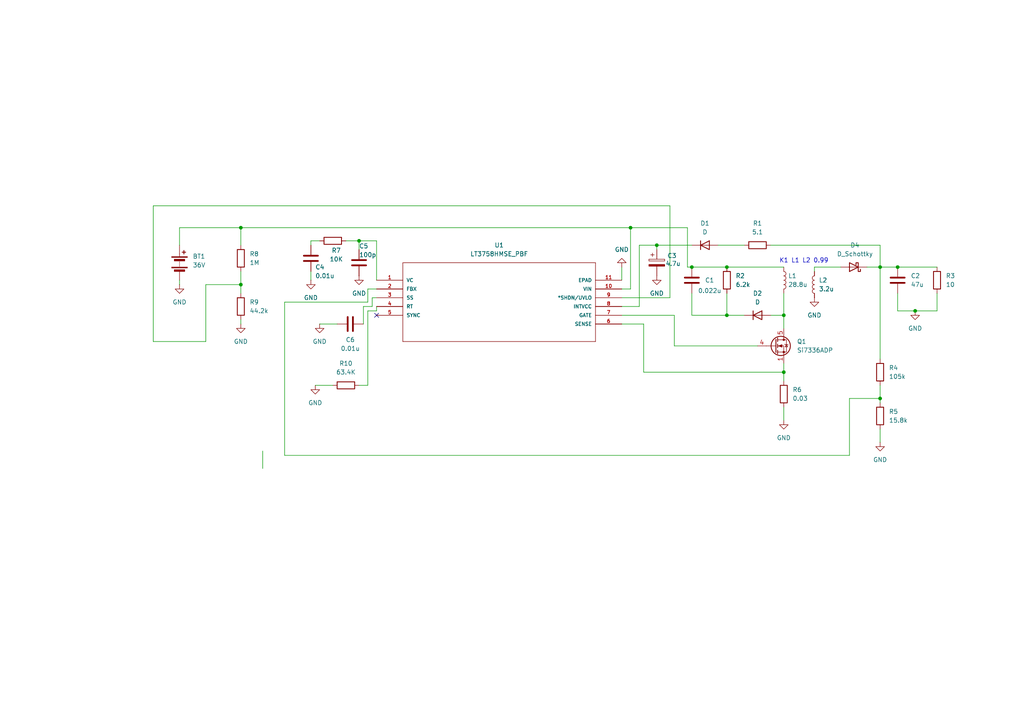
<source format=kicad_sch>
(kicad_sch
	(version 20250114)
	(generator "eeschema")
	(generator_version "9.0")
	(uuid "f7294b92-5794-44ad-97b3-527194fd702d")
	(paper "A4")
	(lib_symbols
		(symbol "Device:Battery"
			(pin_numbers
				(hide yes)
			)
			(pin_names
				(offset 0)
				(hide yes)
			)
			(exclude_from_sim no)
			(in_bom yes)
			(on_board yes)
			(property "Reference" "BT"
				(at 2.54 2.54 0)
				(effects
					(font
						(size 1.27 1.27)
					)
					(justify left)
				)
			)
			(property "Value" "Battery"
				(at 2.54 0 0)
				(effects
					(font
						(size 1.27 1.27)
					)
					(justify left)
				)
			)
			(property "Footprint" ""
				(at 0 1.524 90)
				(effects
					(font
						(size 1.27 1.27)
					)
					(hide yes)
				)
			)
			(property "Datasheet" "~"
				(at 0 1.524 90)
				(effects
					(font
						(size 1.27 1.27)
					)
					(hide yes)
				)
			)
			(property "Description" "Multiple-cell battery"
				(at 0 0 0)
				(effects
					(font
						(size 1.27 1.27)
					)
					(hide yes)
				)
			)
			(property "ki_keywords" "batt voltage-source cell"
				(at 0 0 0)
				(effects
					(font
						(size 1.27 1.27)
					)
					(hide yes)
				)
			)
			(symbol "Battery_0_1"
				(rectangle
					(start -2.286 1.778)
					(end 2.286 1.524)
					(stroke
						(width 0)
						(type default)
					)
					(fill
						(type outline)
					)
				)
				(rectangle
					(start -2.286 -1.27)
					(end 2.286 -1.524)
					(stroke
						(width 0)
						(type default)
					)
					(fill
						(type outline)
					)
				)
				(rectangle
					(start -1.524 1.016)
					(end 1.524 0.508)
					(stroke
						(width 0)
						(type default)
					)
					(fill
						(type outline)
					)
				)
				(rectangle
					(start -1.524 -2.032)
					(end 1.524 -2.54)
					(stroke
						(width 0)
						(type default)
					)
					(fill
						(type outline)
					)
				)
				(polyline
					(pts
						(xy 0 1.778) (xy 0 2.54)
					)
					(stroke
						(width 0)
						(type default)
					)
					(fill
						(type none)
					)
				)
				(polyline
					(pts
						(xy 0 0) (xy 0 0.254)
					)
					(stroke
						(width 0)
						(type default)
					)
					(fill
						(type none)
					)
				)
				(polyline
					(pts
						(xy 0 -0.508) (xy 0 -0.254)
					)
					(stroke
						(width 0)
						(type default)
					)
					(fill
						(type none)
					)
				)
				(polyline
					(pts
						(xy 0 -1.016) (xy 0 -0.762)
					)
					(stroke
						(width 0)
						(type default)
					)
					(fill
						(type none)
					)
				)
				(polyline
					(pts
						(xy 0.762 3.048) (xy 1.778 3.048)
					)
					(stroke
						(width 0.254)
						(type default)
					)
					(fill
						(type none)
					)
				)
				(polyline
					(pts
						(xy 1.27 3.556) (xy 1.27 2.54)
					)
					(stroke
						(width 0.254)
						(type default)
					)
					(fill
						(type none)
					)
				)
			)
			(symbol "Battery_1_1"
				(pin passive line
					(at 0 5.08 270)
					(length 2.54)
					(name "+"
						(effects
							(font
								(size 1.27 1.27)
							)
						)
					)
					(number "1"
						(effects
							(font
								(size 1.27 1.27)
							)
						)
					)
				)
				(pin passive line
					(at 0 -5.08 90)
					(length 2.54)
					(name "-"
						(effects
							(font
								(size 1.27 1.27)
							)
						)
					)
					(number "2"
						(effects
							(font
								(size 1.27 1.27)
							)
						)
					)
				)
			)
			(embedded_fonts no)
		)
		(symbol "Device:C"
			(pin_numbers
				(hide yes)
			)
			(pin_names
				(offset 0.254)
			)
			(exclude_from_sim no)
			(in_bom yes)
			(on_board yes)
			(property "Reference" "C"
				(at 0.635 2.54 0)
				(effects
					(font
						(size 1.27 1.27)
					)
					(justify left)
				)
			)
			(property "Value" "C"
				(at 0.635 -2.54 0)
				(effects
					(font
						(size 1.27 1.27)
					)
					(justify left)
				)
			)
			(property "Footprint" ""
				(at 0.9652 -3.81 0)
				(effects
					(font
						(size 1.27 1.27)
					)
					(hide yes)
				)
			)
			(property "Datasheet" "~"
				(at 0 0 0)
				(effects
					(font
						(size 1.27 1.27)
					)
					(hide yes)
				)
			)
			(property "Description" "Unpolarized capacitor"
				(at 0 0 0)
				(effects
					(font
						(size 1.27 1.27)
					)
					(hide yes)
				)
			)
			(property "ki_keywords" "cap capacitor"
				(at 0 0 0)
				(effects
					(font
						(size 1.27 1.27)
					)
					(hide yes)
				)
			)
			(property "ki_fp_filters" "C_*"
				(at 0 0 0)
				(effects
					(font
						(size 1.27 1.27)
					)
					(hide yes)
				)
			)
			(symbol "C_0_1"
				(polyline
					(pts
						(xy -2.032 0.762) (xy 2.032 0.762)
					)
					(stroke
						(width 0.508)
						(type default)
					)
					(fill
						(type none)
					)
				)
				(polyline
					(pts
						(xy -2.032 -0.762) (xy 2.032 -0.762)
					)
					(stroke
						(width 0.508)
						(type default)
					)
					(fill
						(type none)
					)
				)
			)
			(symbol "C_1_1"
				(pin passive line
					(at 0 3.81 270)
					(length 2.794)
					(name "~"
						(effects
							(font
								(size 1.27 1.27)
							)
						)
					)
					(number "1"
						(effects
							(font
								(size 1.27 1.27)
							)
						)
					)
				)
				(pin passive line
					(at 0 -3.81 90)
					(length 2.794)
					(name "~"
						(effects
							(font
								(size 1.27 1.27)
							)
						)
					)
					(number "2"
						(effects
							(font
								(size 1.27 1.27)
							)
						)
					)
				)
			)
			(embedded_fonts no)
		)
		(symbol "Device:C_Polarized"
			(pin_numbers
				(hide yes)
			)
			(pin_names
				(offset 0.254)
			)
			(exclude_from_sim no)
			(in_bom yes)
			(on_board yes)
			(property "Reference" "C"
				(at 0.635 2.54 0)
				(effects
					(font
						(size 1.27 1.27)
					)
					(justify left)
				)
			)
			(property "Value" "C_Polarized"
				(at 0.635 -2.54 0)
				(effects
					(font
						(size 1.27 1.27)
					)
					(justify left)
				)
			)
			(property "Footprint" ""
				(at 0.9652 -3.81 0)
				(effects
					(font
						(size 1.27 1.27)
					)
					(hide yes)
				)
			)
			(property "Datasheet" "~"
				(at 0 0 0)
				(effects
					(font
						(size 1.27 1.27)
					)
					(hide yes)
				)
			)
			(property "Description" "Polarized capacitor"
				(at 0 0 0)
				(effects
					(font
						(size 1.27 1.27)
					)
					(hide yes)
				)
			)
			(property "ki_keywords" "cap capacitor"
				(at 0 0 0)
				(effects
					(font
						(size 1.27 1.27)
					)
					(hide yes)
				)
			)
			(property "ki_fp_filters" "CP_*"
				(at 0 0 0)
				(effects
					(font
						(size 1.27 1.27)
					)
					(hide yes)
				)
			)
			(symbol "C_Polarized_0_1"
				(rectangle
					(start -2.286 0.508)
					(end 2.286 1.016)
					(stroke
						(width 0)
						(type default)
					)
					(fill
						(type none)
					)
				)
				(polyline
					(pts
						(xy -1.778 2.286) (xy -0.762 2.286)
					)
					(stroke
						(width 0)
						(type default)
					)
					(fill
						(type none)
					)
				)
				(polyline
					(pts
						(xy -1.27 2.794) (xy -1.27 1.778)
					)
					(stroke
						(width 0)
						(type default)
					)
					(fill
						(type none)
					)
				)
				(rectangle
					(start 2.286 -0.508)
					(end -2.286 -1.016)
					(stroke
						(width 0)
						(type default)
					)
					(fill
						(type outline)
					)
				)
			)
			(symbol "C_Polarized_1_1"
				(pin passive line
					(at 0 3.81 270)
					(length 2.794)
					(name "~"
						(effects
							(font
								(size 1.27 1.27)
							)
						)
					)
					(number "1"
						(effects
							(font
								(size 1.27 1.27)
							)
						)
					)
				)
				(pin passive line
					(at 0 -3.81 90)
					(length 2.794)
					(name "~"
						(effects
							(font
								(size 1.27 1.27)
							)
						)
					)
					(number "2"
						(effects
							(font
								(size 1.27 1.27)
							)
						)
					)
				)
			)
			(embedded_fonts no)
		)
		(symbol "Device:D"
			(pin_numbers
				(hide yes)
			)
			(pin_names
				(offset 1.016)
				(hide yes)
			)
			(exclude_from_sim no)
			(in_bom yes)
			(on_board yes)
			(property "Reference" "D"
				(at 0 2.54 0)
				(effects
					(font
						(size 1.27 1.27)
					)
				)
			)
			(property "Value" "D"
				(at 0 -2.54 0)
				(effects
					(font
						(size 1.27 1.27)
					)
				)
			)
			(property "Footprint" ""
				(at 0 0 0)
				(effects
					(font
						(size 1.27 1.27)
					)
					(hide yes)
				)
			)
			(property "Datasheet" "~"
				(at 0 0 0)
				(effects
					(font
						(size 1.27 1.27)
					)
					(hide yes)
				)
			)
			(property "Description" "Diode"
				(at 0 0 0)
				(effects
					(font
						(size 1.27 1.27)
					)
					(hide yes)
				)
			)
			(property "Sim.Device" "D"
				(at 0 0 0)
				(effects
					(font
						(size 1.27 1.27)
					)
					(hide yes)
				)
			)
			(property "Sim.Pins" "1=K 2=A"
				(at 0 0 0)
				(effects
					(font
						(size 1.27 1.27)
					)
					(hide yes)
				)
			)
			(property "ki_keywords" "diode"
				(at 0 0 0)
				(effects
					(font
						(size 1.27 1.27)
					)
					(hide yes)
				)
			)
			(property "ki_fp_filters" "TO-???* *_Diode_* *SingleDiode* D_*"
				(at 0 0 0)
				(effects
					(font
						(size 1.27 1.27)
					)
					(hide yes)
				)
			)
			(symbol "D_0_1"
				(polyline
					(pts
						(xy -1.27 1.27) (xy -1.27 -1.27)
					)
					(stroke
						(width 0.254)
						(type default)
					)
					(fill
						(type none)
					)
				)
				(polyline
					(pts
						(xy 1.27 1.27) (xy 1.27 -1.27) (xy -1.27 0) (xy 1.27 1.27)
					)
					(stroke
						(width 0.254)
						(type default)
					)
					(fill
						(type none)
					)
				)
				(polyline
					(pts
						(xy 1.27 0) (xy -1.27 0)
					)
					(stroke
						(width 0)
						(type default)
					)
					(fill
						(type none)
					)
				)
			)
			(symbol "D_1_1"
				(pin passive line
					(at -3.81 0 0)
					(length 2.54)
					(name "K"
						(effects
							(font
								(size 1.27 1.27)
							)
						)
					)
					(number "1"
						(effects
							(font
								(size 1.27 1.27)
							)
						)
					)
				)
				(pin passive line
					(at 3.81 0 180)
					(length 2.54)
					(name "A"
						(effects
							(font
								(size 1.27 1.27)
							)
						)
					)
					(number "2"
						(effects
							(font
								(size 1.27 1.27)
							)
						)
					)
				)
			)
			(embedded_fonts no)
		)
		(symbol "Device:D_Schottky"
			(pin_numbers
				(hide yes)
			)
			(pin_names
				(offset 1.016)
				(hide yes)
			)
			(exclude_from_sim no)
			(in_bom yes)
			(on_board yes)
			(property "Reference" "D"
				(at 0 2.54 0)
				(effects
					(font
						(size 1.27 1.27)
					)
				)
			)
			(property "Value" "D_Schottky"
				(at 0 -2.54 0)
				(effects
					(font
						(size 1.27 1.27)
					)
				)
			)
			(property "Footprint" ""
				(at 0 0 0)
				(effects
					(font
						(size 1.27 1.27)
					)
					(hide yes)
				)
			)
			(property "Datasheet" "~"
				(at 0 0 0)
				(effects
					(font
						(size 1.27 1.27)
					)
					(hide yes)
				)
			)
			(property "Description" "Schottky diode"
				(at 0 0 0)
				(effects
					(font
						(size 1.27 1.27)
					)
					(hide yes)
				)
			)
			(property "ki_keywords" "diode Schottky"
				(at 0 0 0)
				(effects
					(font
						(size 1.27 1.27)
					)
					(hide yes)
				)
			)
			(property "ki_fp_filters" "TO-???* *_Diode_* *SingleDiode* D_*"
				(at 0 0 0)
				(effects
					(font
						(size 1.27 1.27)
					)
					(hide yes)
				)
			)
			(symbol "D_Schottky_0_1"
				(polyline
					(pts
						(xy -1.905 0.635) (xy -1.905 1.27) (xy -1.27 1.27) (xy -1.27 -1.27) (xy -0.635 -1.27) (xy -0.635 -0.635)
					)
					(stroke
						(width 0.254)
						(type default)
					)
					(fill
						(type none)
					)
				)
				(polyline
					(pts
						(xy 1.27 1.27) (xy 1.27 -1.27) (xy -1.27 0) (xy 1.27 1.27)
					)
					(stroke
						(width 0.254)
						(type default)
					)
					(fill
						(type none)
					)
				)
				(polyline
					(pts
						(xy 1.27 0) (xy -1.27 0)
					)
					(stroke
						(width 0)
						(type default)
					)
					(fill
						(type none)
					)
				)
			)
			(symbol "D_Schottky_1_1"
				(pin passive line
					(at -3.81 0 0)
					(length 2.54)
					(name "K"
						(effects
							(font
								(size 1.27 1.27)
							)
						)
					)
					(number "1"
						(effects
							(font
								(size 1.27 1.27)
							)
						)
					)
				)
				(pin passive line
					(at 3.81 0 180)
					(length 2.54)
					(name "A"
						(effects
							(font
								(size 1.27 1.27)
							)
						)
					)
					(number "2"
						(effects
							(font
								(size 1.27 1.27)
							)
						)
					)
				)
			)
			(embedded_fonts no)
		)
		(symbol "Device:L"
			(pin_numbers
				(hide yes)
			)
			(pin_names
				(offset 1.016)
				(hide yes)
			)
			(exclude_from_sim no)
			(in_bom yes)
			(on_board yes)
			(property "Reference" "L"
				(at -1.27 0 90)
				(effects
					(font
						(size 1.27 1.27)
					)
				)
			)
			(property "Value" "L"
				(at 1.905 0 90)
				(effects
					(font
						(size 1.27 1.27)
					)
				)
			)
			(property "Footprint" ""
				(at 0 0 0)
				(effects
					(font
						(size 1.27 1.27)
					)
					(hide yes)
				)
			)
			(property "Datasheet" "~"
				(at 0 0 0)
				(effects
					(font
						(size 1.27 1.27)
					)
					(hide yes)
				)
			)
			(property "Description" "Inductor"
				(at 0 0 0)
				(effects
					(font
						(size 1.27 1.27)
					)
					(hide yes)
				)
			)
			(property "ki_keywords" "inductor choke coil reactor magnetic"
				(at 0 0 0)
				(effects
					(font
						(size 1.27 1.27)
					)
					(hide yes)
				)
			)
			(property "ki_fp_filters" "Choke_* *Coil* Inductor_* L_*"
				(at 0 0 0)
				(effects
					(font
						(size 1.27 1.27)
					)
					(hide yes)
				)
			)
			(symbol "L_0_1"
				(arc
					(start 0 2.54)
					(mid 0.6323 1.905)
					(end 0 1.27)
					(stroke
						(width 0)
						(type default)
					)
					(fill
						(type none)
					)
				)
				(arc
					(start 0 1.27)
					(mid 0.6323 0.635)
					(end 0 0)
					(stroke
						(width 0)
						(type default)
					)
					(fill
						(type none)
					)
				)
				(arc
					(start 0 0)
					(mid 0.6323 -0.635)
					(end 0 -1.27)
					(stroke
						(width 0)
						(type default)
					)
					(fill
						(type none)
					)
				)
				(arc
					(start 0 -1.27)
					(mid 0.6323 -1.905)
					(end 0 -2.54)
					(stroke
						(width 0)
						(type default)
					)
					(fill
						(type none)
					)
				)
			)
			(symbol "L_1_1"
				(pin passive line
					(at 0 3.81 270)
					(length 1.27)
					(name "1"
						(effects
							(font
								(size 1.27 1.27)
							)
						)
					)
					(number "1"
						(effects
							(font
								(size 1.27 1.27)
							)
						)
					)
				)
				(pin passive line
					(at 0 -3.81 90)
					(length 1.27)
					(name "2"
						(effects
							(font
								(size 1.27 1.27)
							)
						)
					)
					(number "2"
						(effects
							(font
								(size 1.27 1.27)
							)
						)
					)
				)
			)
			(embedded_fonts no)
		)
		(symbol "Device:R"
			(pin_numbers
				(hide yes)
			)
			(pin_names
				(offset 0)
			)
			(exclude_from_sim no)
			(in_bom yes)
			(on_board yes)
			(property "Reference" "R"
				(at 2.032 0 90)
				(effects
					(font
						(size 1.27 1.27)
					)
				)
			)
			(property "Value" "R"
				(at 0 0 90)
				(effects
					(font
						(size 1.27 1.27)
					)
				)
			)
			(property "Footprint" ""
				(at -1.778 0 90)
				(effects
					(font
						(size 1.27 1.27)
					)
					(hide yes)
				)
			)
			(property "Datasheet" "~"
				(at 0 0 0)
				(effects
					(font
						(size 1.27 1.27)
					)
					(hide yes)
				)
			)
			(property "Description" "Resistor"
				(at 0 0 0)
				(effects
					(font
						(size 1.27 1.27)
					)
					(hide yes)
				)
			)
			(property "ki_keywords" "R res resistor"
				(at 0 0 0)
				(effects
					(font
						(size 1.27 1.27)
					)
					(hide yes)
				)
			)
			(property "ki_fp_filters" "R_*"
				(at 0 0 0)
				(effects
					(font
						(size 1.27 1.27)
					)
					(hide yes)
				)
			)
			(symbol "R_0_1"
				(rectangle
					(start -1.016 -2.54)
					(end 1.016 2.54)
					(stroke
						(width 0.254)
						(type default)
					)
					(fill
						(type none)
					)
				)
			)
			(symbol "R_1_1"
				(pin passive line
					(at 0 3.81 270)
					(length 1.27)
					(name "~"
						(effects
							(font
								(size 1.27 1.27)
							)
						)
					)
					(number "1"
						(effects
							(font
								(size 1.27 1.27)
							)
						)
					)
				)
				(pin passive line
					(at 0 -3.81 90)
					(length 1.27)
					(name "~"
						(effects
							(font
								(size 1.27 1.27)
							)
						)
					)
					(number "2"
						(effects
							(font
								(size 1.27 1.27)
							)
						)
					)
				)
			)
			(embedded_fonts no)
		)
		(symbol "LT3758HMSE_PBF:LT3758HMSE_PBF"
			(pin_names
				(offset 1.016)
			)
			(exclude_from_sim no)
			(in_bom yes)
			(on_board yes)
			(property "Reference" "U"
				(at 30.8356 9.1186 0)
				(effects
					(font
						(size 1.27 1.27)
					)
					(justify left bottom)
				)
			)
			(property "Value" "LT3758HMSE_PBF"
				(at 30.2006 6.5786 0)
				(effects
					(font
						(size 1.27 1.27)
					)
					(justify left bottom)
				)
			)
			(property "Footprint" "LT3758HMSE_PBF:MSOP-10_MSE"
				(at 0 0 0)
				(effects
					(font
						(size 1.27 1.27)
					)
					(justify bottom)
					(hide yes)
				)
			)
			(property "Datasheet" ""
				(at 0 0 0)
				(effects
					(font
						(size 1.27 1.27)
					)
					(hide yes)
				)
			)
			(property "Description" ""
				(at 0 0 0)
				(effects
					(font
						(size 1.27 1.27)
					)
					(hide yes)
				)
			)
			(property "MF" "Analog Devices"
				(at 0 0 0)
				(effects
					(font
						(size 1.27 1.27)
					)
					(justify bottom)
					(hide yes)
				)
			)
			(property "VENDOR" "Linear Technology"
				(at 0 0 0)
				(effects
					(font
						(size 1.27 1.27)
					)
					(justify bottom)
					(hide yes)
				)
			)
			(property "Description_1" "Boost, Flyback, SEPIC Regulator Positive or Negative, Isolation Capable Output Step-Up, Step-Up/Step-Down - DC-DC Controller IC 10-MSOP-EP"
				(at 0 0 0)
				(effects
					(font
						(size 1.27 1.27)
					)
					(justify bottom)
					(hide yes)
				)
			)
			(property "Package" "MSOP-10 Linear Technology"
				(at 0 0 0)
				(effects
					(font
						(size 1.27 1.27)
					)
					(justify bottom)
					(hide yes)
				)
			)
			(property "Price" "None"
				(at 0 0 0)
				(effects
					(font
						(size 1.27 1.27)
					)
					(justify bottom)
					(hide yes)
				)
			)
			(property "Check_prices" "https://www.snapeda.com/parts/LT3758HMSE%23PBF/Analog+Devices/view-part/?ref=eda"
				(at 0 0 0)
				(effects
					(font
						(size 1.27 1.27)
					)
					(justify bottom)
					(hide yes)
				)
			)
			(property "SnapEDA_Link" "https://www.snapeda.com/parts/LT3758HMSE%23PBF/Analog+Devices/view-part/?ref=snap"
				(at 0 0 0)
				(effects
					(font
						(size 1.27 1.27)
					)
					(justify bottom)
					(hide yes)
				)
			)
			(property "MP" "LT3758HMSE#PBF"
				(at 0 0 0)
				(effects
					(font
						(size 1.27 1.27)
					)
					(justify bottom)
					(hide yes)
				)
			)
			(property "Purchase-URL" "https://www.snapeda.com/api/url_track_click_mouser/?unipart_id=604973&manufacturer=Analog Devices&part_name=LT3758HMSE#PBF&search_term=None"
				(at 0 0 0)
				(effects
					(font
						(size 1.27 1.27)
					)
					(justify bottom)
					(hide yes)
				)
			)
			(property "Availability" "In Stock"
				(at 0 0 0)
				(effects
					(font
						(size 1.27 1.27)
					)
					(justify bottom)
					(hide yes)
				)
			)
			(property "MANUFACTURER_PART_NUMBER" "lt3758hmse"
				(at 0 0 0)
				(effects
					(font
						(size 1.27 1.27)
					)
					(justify bottom)
					(hide yes)
				)
			)
			(symbol "LT3758HMSE_PBF_0_0"
				(polyline
					(pts
						(xy 7.62 5.08) (xy 7.62 -17.78)
					)
					(stroke
						(width 0.1524)
						(type default)
					)
					(fill
						(type none)
					)
				)
				(polyline
					(pts
						(xy 7.62 -17.78) (xy 63.5 -17.78)
					)
					(stroke
						(width 0.1524)
						(type default)
					)
					(fill
						(type none)
					)
				)
				(polyline
					(pts
						(xy 63.5 5.08) (xy 7.62 5.08)
					)
					(stroke
						(width 0.1524)
						(type default)
					)
					(fill
						(type none)
					)
				)
				(polyline
					(pts
						(xy 63.5 -17.78) (xy 63.5 5.08)
					)
					(stroke
						(width 0.1524)
						(type default)
					)
					(fill
						(type none)
					)
				)
				(pin passive line
					(at 0 0 0)
					(length 7.62)
					(name "VC"
						(effects
							(font
								(size 1.016 1.016)
							)
						)
					)
					(number "1"
						(effects
							(font
								(size 1.016 1.016)
							)
						)
					)
				)
				(pin output line
					(at 0 -2.54 0)
					(length 7.62)
					(name "FBX"
						(effects
							(font
								(size 1.016 1.016)
							)
						)
					)
					(number "2"
						(effects
							(font
								(size 1.016 1.016)
							)
						)
					)
				)
				(pin passive line
					(at 0 -5.08 0)
					(length 7.62)
					(name "SS"
						(effects
							(font
								(size 1.016 1.016)
							)
						)
					)
					(number "3"
						(effects
							(font
								(size 1.016 1.016)
							)
						)
					)
				)
				(pin passive line
					(at 0 -7.62 0)
					(length 7.62)
					(name "RT"
						(effects
							(font
								(size 1.016 1.016)
							)
						)
					)
					(number "4"
						(effects
							(font
								(size 1.016 1.016)
							)
						)
					)
				)
				(pin passive line
					(at 0 -10.16 0)
					(length 7.62)
					(name "SYNC"
						(effects
							(font
								(size 1.016 1.016)
							)
						)
					)
					(number "5"
						(effects
							(font
								(size 1.016 1.016)
							)
						)
					)
				)
				(pin passive line
					(at 71.12 0 180)
					(length 7.62)
					(name "EPAD"
						(effects
							(font
								(size 1.016 1.016)
							)
						)
					)
					(number "11"
						(effects
							(font
								(size 1.016 1.016)
							)
						)
					)
				)
				(pin input line
					(at 71.12 -2.54 180)
					(length 7.62)
					(name "VIN"
						(effects
							(font
								(size 1.016 1.016)
							)
						)
					)
					(number "10"
						(effects
							(font
								(size 1.016 1.016)
							)
						)
					)
				)
				(pin passive line
					(at 71.12 -5.08 180)
					(length 7.62)
					(name "*SHDN/UVLO"
						(effects
							(font
								(size 1.016 1.016)
							)
						)
					)
					(number "9"
						(effects
							(font
								(size 1.016 1.016)
							)
						)
					)
				)
				(pin passive line
					(at 71.12 -7.62 180)
					(length 7.62)
					(name "INTVCC"
						(effects
							(font
								(size 1.016 1.016)
							)
						)
					)
					(number "8"
						(effects
							(font
								(size 1.016 1.016)
							)
						)
					)
				)
				(pin output line
					(at 71.12 -10.16 180)
					(length 7.62)
					(name "GATE"
						(effects
							(font
								(size 1.016 1.016)
							)
						)
					)
					(number "7"
						(effects
							(font
								(size 1.016 1.016)
							)
						)
					)
				)
				(pin input line
					(at 71.12 -12.7 180)
					(length 7.62)
					(name "SENSE"
						(effects
							(font
								(size 1.016 1.016)
							)
						)
					)
					(number "6"
						(effects
							(font
								(size 1.016 1.016)
							)
						)
					)
				)
			)
			(embedded_fonts no)
		)
		(symbol "Transistor_FET:Si7336ADP"
			(pin_names
				(hide yes)
			)
			(exclude_from_sim no)
			(in_bom yes)
			(on_board yes)
			(property "Reference" "Q"
				(at 5.08 1.905 0)
				(effects
					(font
						(size 1.27 1.27)
					)
					(justify left)
				)
			)
			(property "Value" "Si7336ADP"
				(at 5.08 0 0)
				(effects
					(font
						(size 1.27 1.27)
					)
					(justify left)
				)
			)
			(property "Footprint" "Package_SO:PowerPAK_SO-8_Single"
				(at 5.08 -1.905 0)
				(effects
					(font
						(size 1.27 1.27)
						(italic yes)
					)
					(justify left)
					(hide yes)
				)
			)
			(property "Datasheet" "https://www.vishay.com/docs/73152/si7336adp.pdf"
				(at 5.08 -3.81 0)
				(effects
					(font
						(size 1.27 1.27)
					)
					(justify left)
					(hide yes)
				)
			)
			(property "Description" "30A Id, 30V Vds, 2.4mOhm Ron, PowerPAK-8"
				(at 0 0 0)
				(effects
					(font
						(size 1.27 1.27)
					)
					(hide yes)
				)
			)
			(property "ki_keywords" "N-Channel MOSFET"
				(at 0 0 0)
				(effects
					(font
						(size 1.27 1.27)
					)
					(hide yes)
				)
			)
			(property "ki_fp_filters" "PowerPAK*SO*Single*"
				(at 0 0 0)
				(effects
					(font
						(size 1.27 1.27)
					)
					(hide yes)
				)
			)
			(symbol "Si7336ADP_0_1"
				(polyline
					(pts
						(xy 0.254 1.905) (xy 0.254 -1.905)
					)
					(stroke
						(width 0.254)
						(type default)
					)
					(fill
						(type none)
					)
				)
				(polyline
					(pts
						(xy 0.254 0) (xy -2.54 0)
					)
					(stroke
						(width 0)
						(type default)
					)
					(fill
						(type none)
					)
				)
				(polyline
					(pts
						(xy 0.762 2.286) (xy 0.762 1.27)
					)
					(stroke
						(width 0.254)
						(type default)
					)
					(fill
						(type none)
					)
				)
				(polyline
					(pts
						(xy 0.762 0.508) (xy 0.762 -0.508)
					)
					(stroke
						(width 0.254)
						(type default)
					)
					(fill
						(type none)
					)
				)
				(polyline
					(pts
						(xy 0.762 -1.27) (xy 0.762 -2.286)
					)
					(stroke
						(width 0.254)
						(type default)
					)
					(fill
						(type none)
					)
				)
				(polyline
					(pts
						(xy 0.762 -1.778) (xy 3.302 -1.778) (xy 3.302 1.778) (xy 0.762 1.778)
					)
					(stroke
						(width 0)
						(type default)
					)
					(fill
						(type none)
					)
				)
				(polyline
					(pts
						(xy 1.016 0) (xy 2.032 0.381) (xy 2.032 -0.381) (xy 1.016 0)
					)
					(stroke
						(width 0)
						(type default)
					)
					(fill
						(type outline)
					)
				)
				(circle
					(center 1.651 0)
					(radius 2.794)
					(stroke
						(width 0.254)
						(type default)
					)
					(fill
						(type none)
					)
				)
				(polyline
					(pts
						(xy 2.54 2.54) (xy 2.54 1.778)
					)
					(stroke
						(width 0)
						(type default)
					)
					(fill
						(type none)
					)
				)
				(circle
					(center 2.54 1.778)
					(radius 0.254)
					(stroke
						(width 0)
						(type default)
					)
					(fill
						(type outline)
					)
				)
				(circle
					(center 2.54 -1.778)
					(radius 0.254)
					(stroke
						(width 0)
						(type default)
					)
					(fill
						(type outline)
					)
				)
				(polyline
					(pts
						(xy 2.54 -2.54) (xy 2.54 0) (xy 0.762 0)
					)
					(stroke
						(width 0)
						(type default)
					)
					(fill
						(type none)
					)
				)
				(polyline
					(pts
						(xy 2.794 0.508) (xy 2.921 0.381) (xy 3.683 0.381) (xy 3.81 0.254)
					)
					(stroke
						(width 0)
						(type default)
					)
					(fill
						(type none)
					)
				)
				(polyline
					(pts
						(xy 3.302 0.381) (xy 2.921 -0.254) (xy 3.683 -0.254) (xy 3.302 0.381)
					)
					(stroke
						(width 0)
						(type default)
					)
					(fill
						(type none)
					)
				)
			)
			(symbol "Si7336ADP_1_1"
				(pin input line
					(at -5.08 0 0)
					(length 2.54)
					(name "G"
						(effects
							(font
								(size 1.27 1.27)
							)
						)
					)
					(number "4"
						(effects
							(font
								(size 1.27 1.27)
							)
						)
					)
				)
				(pin passive line
					(at 2.54 5.08 270)
					(length 2.54)
					(name "D"
						(effects
							(font
								(size 1.27 1.27)
							)
						)
					)
					(number "5"
						(effects
							(font
								(size 1.27 1.27)
							)
						)
					)
				)
				(pin passive line
					(at 2.54 -5.08 90)
					(length 2.54)
					(name "S"
						(effects
							(font
								(size 1.27 1.27)
							)
						)
					)
					(number "1"
						(effects
							(font
								(size 1.27 1.27)
							)
						)
					)
				)
				(pin passive line
					(at 2.54 -5.08 90)
					(length 2.54)
					(hide yes)
					(name "S"
						(effects
							(font
								(size 1.27 1.27)
							)
						)
					)
					(number "2"
						(effects
							(font
								(size 1.27 1.27)
							)
						)
					)
				)
				(pin passive line
					(at 2.54 -5.08 90)
					(length 2.54)
					(hide yes)
					(name "S"
						(effects
							(font
								(size 1.27 1.27)
							)
						)
					)
					(number "3"
						(effects
							(font
								(size 1.27 1.27)
							)
						)
					)
				)
			)
			(embedded_fonts no)
		)
		(symbol "power:GND"
			(power)
			(pin_numbers
				(hide yes)
			)
			(pin_names
				(offset 0)
				(hide yes)
			)
			(exclude_from_sim no)
			(in_bom yes)
			(on_board yes)
			(property "Reference" "#PWR"
				(at 0 -6.35 0)
				(effects
					(font
						(size 1.27 1.27)
					)
					(hide yes)
				)
			)
			(property "Value" "GND"
				(at 0 -3.81 0)
				(effects
					(font
						(size 1.27 1.27)
					)
				)
			)
			(property "Footprint" ""
				(at 0 0 0)
				(effects
					(font
						(size 1.27 1.27)
					)
					(hide yes)
				)
			)
			(property "Datasheet" ""
				(at 0 0 0)
				(effects
					(font
						(size 1.27 1.27)
					)
					(hide yes)
				)
			)
			(property "Description" "Power symbol creates a global label with name \"GND\" , ground"
				(at 0 0 0)
				(effects
					(font
						(size 1.27 1.27)
					)
					(hide yes)
				)
			)
			(property "ki_keywords" "global power"
				(at 0 0 0)
				(effects
					(font
						(size 1.27 1.27)
					)
					(hide yes)
				)
			)
			(symbol "GND_0_1"
				(polyline
					(pts
						(xy 0 0) (xy 0 -1.27) (xy 1.27 -1.27) (xy 0 -2.54) (xy -1.27 -1.27) (xy 0 -1.27)
					)
					(stroke
						(width 0)
						(type default)
					)
					(fill
						(type none)
					)
				)
			)
			(symbol "GND_1_1"
				(pin power_in line
					(at 0 0 270)
					(length 0)
					(name "~"
						(effects
							(font
								(size 1.27 1.27)
							)
						)
					)
					(number "1"
						(effects
							(font
								(size 1.27 1.27)
							)
						)
					)
				)
			)
			(embedded_fonts no)
		)
	)
	(text "K1 L1 L2 0.99"
		(exclude_from_sim no)
		(at 233.172 75.692 0)
		(effects
			(font
				(size 1.27 1.27)
			)
		)
		(uuid "6c30d470-b9fa-43ed-ad84-bb539378fd92")
	)
	(junction
		(at 255.27 115.57)
		(diameter 0)
		(color 0 0 0 0)
		(uuid "0d8f12ad-f92c-4390-a11a-29c1fa26d214")
	)
	(junction
		(at 260.35 77.47)
		(diameter 0)
		(color 0 0 0 0)
		(uuid "17688680-764e-44cf-8316-544d6749f31a")
	)
	(junction
		(at 255.27 77.47)
		(diameter 0)
		(color 0 0 0 0)
		(uuid "193a3274-a6fe-4642-9121-8d9f9ee86817")
	)
	(junction
		(at 69.85 66.04)
		(diameter 0)
		(color 0 0 0 0)
		(uuid "2d3177ab-4ef3-4d5f-b439-86044e590cee")
	)
	(junction
		(at 227.33 107.95)
		(diameter 0)
		(color 0 0 0 0)
		(uuid "2ec9156b-7fd6-4ab7-9e56-647a33e5913d")
	)
	(junction
		(at 182.88 66.04)
		(diameter 0)
		(color 0 0 0 0)
		(uuid "34c0a3d1-8e19-4d8d-80f6-19fba2339689")
	)
	(junction
		(at 200.66 77.47)
		(diameter 0)
		(color 0 0 0 0)
		(uuid "4231e10b-0829-4cdc-9f01-bef4640a322b")
	)
	(junction
		(at 265.43 90.17)
		(diameter 0)
		(color 0 0 0 0)
		(uuid "54103859-fe95-4066-9eda-0b04384ffa06")
	)
	(junction
		(at 104.14 69.85)
		(diameter 0)
		(color 0 0 0 0)
		(uuid "ca947c3a-05fb-4bb2-8955-5cd6b171b308")
	)
	(junction
		(at 210.82 91.44)
		(diameter 0)
		(color 0 0 0 0)
		(uuid "d9d8809d-559b-456c-9136-14a9e318ec3a")
	)
	(junction
		(at 69.85 82.55)
		(diameter 0)
		(color 0 0 0 0)
		(uuid "dc072f08-49fd-4ab8-b1e3-479405631fab")
	)
	(junction
		(at 227.33 91.44)
		(diameter 0)
		(color 0 0 0 0)
		(uuid "eaf5541a-25dc-4cec-beb6-539139625db0")
	)
	(junction
		(at 210.82 77.47)
		(diameter 0)
		(color 0 0 0 0)
		(uuid "f638ef55-146a-455b-a447-59a3d20d03cc")
	)
	(junction
		(at 190.5 71.12)
		(diameter 0)
		(color 0 0 0 0)
		(uuid "fde70903-96a7-44d4-9c2b-5a59e6cd5dc9")
	)
	(no_connect
		(at 109.22 91.44)
		(uuid "6a111e2d-5304-4bb3-b805-ef2b656a58e9")
	)
	(wire
		(pts
			(xy 104.14 69.85) (xy 104.14 72.39)
		)
		(stroke
			(width 0)
			(type default)
		)
		(uuid "01b0ea45-ffd2-4b4a-b459-2920542ccbab")
	)
	(wire
		(pts
			(xy 227.33 118.11) (xy 227.33 121.92)
		)
		(stroke
			(width 0)
			(type default)
		)
		(uuid "0cbe2b17-6213-41f7-b650-f38017061c2a")
	)
	(wire
		(pts
			(xy 185.42 88.9) (xy 185.42 71.12)
		)
		(stroke
			(width 0)
			(type default)
		)
		(uuid "0e1a3c70-9c2f-4761-abee-468a2ac93ea6")
	)
	(wire
		(pts
			(xy 200.66 91.44) (xy 210.82 91.44)
		)
		(stroke
			(width 0)
			(type default)
		)
		(uuid "1790c991-ce58-4b02-8c37-cfdf865a7772")
	)
	(wire
		(pts
			(xy 185.42 71.12) (xy 190.5 71.12)
		)
		(stroke
			(width 0)
			(type default)
		)
		(uuid "1d65347d-3474-479f-9933-d8e31dc2ba2e")
	)
	(wire
		(pts
			(xy 210.82 77.47) (xy 227.33 77.47)
		)
		(stroke
			(width 0)
			(type default)
		)
		(uuid "1feb86cb-0a36-4ca3-a17a-0a111e93317d")
	)
	(wire
		(pts
			(xy 194.31 86.36) (xy 180.34 86.36)
		)
		(stroke
			(width 0)
			(type default)
		)
		(uuid "241f8b0e-3249-431b-a9c4-cf1bad635d85")
	)
	(wire
		(pts
			(xy 255.27 124.46) (xy 255.27 128.27)
		)
		(stroke
			(width 0)
			(type default)
		)
		(uuid "2724989e-7912-4c46-bd3a-47c459f4e288")
	)
	(wire
		(pts
			(xy 69.85 92.71) (xy 69.85 93.98)
		)
		(stroke
			(width 0)
			(type default)
		)
		(uuid "284d2edf-4135-4945-a4d2-176f195a32cc")
	)
	(wire
		(pts
			(xy 255.27 71.12) (xy 255.27 77.47)
		)
		(stroke
			(width 0)
			(type default)
		)
		(uuid "2ac8b321-079f-4719-b2c2-081910d0b607")
	)
	(wire
		(pts
			(xy 109.22 69.85) (xy 104.14 69.85)
		)
		(stroke
			(width 0)
			(type default)
		)
		(uuid "2c47a636-b9ee-44c9-8d15-3e9029b561fa")
	)
	(wire
		(pts
			(xy 199.39 77.47) (xy 200.66 77.47)
		)
		(stroke
			(width 0)
			(type default)
		)
		(uuid "340e0efb-6980-4773-a3b2-c5e1fd3116c8")
	)
	(wire
		(pts
			(xy 52.07 66.04) (xy 69.85 66.04)
		)
		(stroke
			(width 0)
			(type default)
		)
		(uuid "3f705415-e90a-4646-a345-8d3564ca630f")
	)
	(wire
		(pts
			(xy 199.39 66.04) (xy 199.39 77.47)
		)
		(stroke
			(width 0)
			(type default)
		)
		(uuid "41adbe5f-ae37-4ab0-89db-79c9ec904ec0")
	)
	(wire
		(pts
			(xy 90.17 71.12) (xy 90.17 69.85)
		)
		(stroke
			(width 0)
			(type default)
		)
		(uuid "45295b26-fff9-496f-b114-151861a02d36")
	)
	(wire
		(pts
			(xy 182.88 83.82) (xy 180.34 83.82)
		)
		(stroke
			(width 0)
			(type default)
		)
		(uuid "4597b9e9-3954-4886-b845-ec8f2d5baac6")
	)
	(wire
		(pts
			(xy 255.27 77.47) (xy 255.27 104.14)
		)
		(stroke
			(width 0)
			(type default)
		)
		(uuid "45cddcd5-f38b-4e1a-919e-08704427a440")
	)
	(wire
		(pts
			(xy 107.95 86.36) (xy 109.22 86.36)
		)
		(stroke
			(width 0)
			(type default)
		)
		(uuid "48ba26e5-b12a-43c1-aefc-0659dc71ffe9")
	)
	(wire
		(pts
			(xy 227.33 91.44) (xy 223.52 91.44)
		)
		(stroke
			(width 0)
			(type default)
		)
		(uuid "4d77e653-474e-46bb-ad41-b6f6947341df")
	)
	(wire
		(pts
			(xy 106.68 90.17) (xy 106.68 111.76)
		)
		(stroke
			(width 0)
			(type default)
		)
		(uuid "4d8e68c9-6dc3-464c-be72-bb8a96af523c")
	)
	(wire
		(pts
			(xy 107.95 88.9) (xy 107.95 86.36)
		)
		(stroke
			(width 0)
			(type default)
		)
		(uuid "568e49ef-ac86-4c62-9f73-60daa6726f3e")
	)
	(wire
		(pts
			(xy 255.27 111.76) (xy 255.27 115.57)
		)
		(stroke
			(width 0)
			(type default)
		)
		(uuid "56f3517b-c03c-499d-8653-fdffd2856812")
	)
	(wire
		(pts
			(xy 90.17 78.74) (xy 90.17 81.28)
		)
		(stroke
			(width 0)
			(type default)
		)
		(uuid "57df7134-c661-4925-9ff6-d9be476af58c")
	)
	(wire
		(pts
			(xy 109.22 83.82) (xy 106.68 83.82)
		)
		(stroke
			(width 0)
			(type default)
		)
		(uuid "5c08dd43-97e2-4dee-a047-5ff82983dc8e")
	)
	(wire
		(pts
			(xy 260.35 90.17) (xy 265.43 90.17)
		)
		(stroke
			(width 0)
			(type default)
		)
		(uuid "6306752e-1a52-4fe3-8f20-7c238316b72e")
	)
	(wire
		(pts
			(xy 195.58 91.44) (xy 195.58 100.33)
		)
		(stroke
			(width 0)
			(type default)
		)
		(uuid "634b1cac-82e2-458a-8aba-2cef27094b83")
	)
	(wire
		(pts
			(xy 227.33 85.09) (xy 227.33 91.44)
		)
		(stroke
			(width 0)
			(type default)
		)
		(uuid "6446d3f5-4a19-48e4-a3d9-e8211bbbde69")
	)
	(wire
		(pts
			(xy 208.28 71.12) (xy 215.9 71.12)
		)
		(stroke
			(width 0)
			(type default)
		)
		(uuid "66a4b2d9-882d-472c-8007-563aefaa6ceb")
	)
	(wire
		(pts
			(xy 44.45 99.06) (xy 44.45 59.69)
		)
		(stroke
			(width 0)
			(type default)
		)
		(uuid "690604e3-59f8-49cd-a9d5-cbcdc62f800b")
	)
	(wire
		(pts
			(xy 271.78 90.17) (xy 265.43 90.17)
		)
		(stroke
			(width 0)
			(type default)
		)
		(uuid "6b467575-cab0-426f-9290-4452207c5100")
	)
	(wire
		(pts
			(xy 52.07 81.28) (xy 52.07 82.55)
		)
		(stroke
			(width 0)
			(type default)
		)
		(uuid "6ba949eb-8473-402b-a5f5-19da795f9775")
	)
	(wire
		(pts
			(xy 82.55 132.08) (xy 246.38 132.08)
		)
		(stroke
			(width 0)
			(type default)
		)
		(uuid "6c9e5798-423e-4835-9579-a4bf8fae5185")
	)
	(wire
		(pts
			(xy 200.66 85.09) (xy 200.66 91.44)
		)
		(stroke
			(width 0)
			(type default)
		)
		(uuid "71b07f89-6b2b-43e9-beb6-c1488712c552")
	)
	(wire
		(pts
			(xy 246.38 115.57) (xy 255.27 115.57)
		)
		(stroke
			(width 0)
			(type default)
		)
		(uuid "7876aa35-ca8e-4b0b-b9e4-f3842062033a")
	)
	(wire
		(pts
			(xy 100.33 69.85) (xy 104.14 69.85)
		)
		(stroke
			(width 0)
			(type default)
		)
		(uuid "7bcaf688-1700-4d02-b734-ff3122024145")
	)
	(wire
		(pts
			(xy 52.07 66.04) (xy 52.07 71.12)
		)
		(stroke
			(width 0)
			(type default)
		)
		(uuid "7e3cd617-799d-4059-928d-2bcc63fd6677")
	)
	(wire
		(pts
			(xy 109.22 88.9) (xy 109.22 90.17)
		)
		(stroke
			(width 0)
			(type default)
		)
		(uuid "7ec27988-4d8d-47b6-acd0-482154874612")
	)
	(wire
		(pts
			(xy 199.39 66.04) (xy 182.88 66.04)
		)
		(stroke
			(width 0)
			(type default)
		)
		(uuid "7f9569f9-7105-4f46-aaa9-328da92a2c63")
	)
	(wire
		(pts
			(xy 243.84 77.47) (xy 236.22 77.47)
		)
		(stroke
			(width 0)
			(type default)
		)
		(uuid "83bee0f9-2b8a-4cd6-acf0-7ddbe8a2ff7c")
	)
	(wire
		(pts
			(xy 106.68 87.63) (xy 82.55 87.63)
		)
		(stroke
			(width 0)
			(type default)
		)
		(uuid "84c2928b-e477-42e3-aa5a-ac80eac6d096")
	)
	(wire
		(pts
			(xy 69.85 66.04) (xy 182.88 66.04)
		)
		(stroke
			(width 0)
			(type default)
		)
		(uuid "8574777c-00c3-414d-b6de-c4374aadd507")
	)
	(wire
		(pts
			(xy 180.34 88.9) (xy 185.42 88.9)
		)
		(stroke
			(width 0)
			(type default)
		)
		(uuid "86d4f8a7-e328-4cec-9954-a8646abb7897")
	)
	(wire
		(pts
			(xy 271.78 85.09) (xy 271.78 90.17)
		)
		(stroke
			(width 0)
			(type default)
		)
		(uuid "879fbe73-ee69-49e0-8173-d128724ba083")
	)
	(wire
		(pts
			(xy 69.85 82.55) (xy 59.69 82.55)
		)
		(stroke
			(width 0)
			(type default)
		)
		(uuid "899d0ba3-766a-4d47-b85e-b7bd9d189252")
	)
	(wire
		(pts
			(xy 106.68 83.82) (xy 106.68 87.63)
		)
		(stroke
			(width 0)
			(type default)
		)
		(uuid "8f67f49c-b43e-47cf-846c-07a9405fd4e2")
	)
	(wire
		(pts
			(xy 227.33 105.41) (xy 227.33 107.95)
		)
		(stroke
			(width 0)
			(type default)
		)
		(uuid "971b1fcc-b4fd-4757-afc9-03bdf32fca4e")
	)
	(wire
		(pts
			(xy 195.58 100.33) (xy 219.71 100.33)
		)
		(stroke
			(width 0)
			(type default)
		)
		(uuid "9724cfdc-9b74-4e82-b984-c5dfc71f2297")
	)
	(wire
		(pts
			(xy 227.33 91.44) (xy 227.33 95.25)
		)
		(stroke
			(width 0)
			(type default)
		)
		(uuid "98257f78-89b1-4f07-9371-7edb9bf82760")
	)
	(wire
		(pts
			(xy 105.41 93.98) (xy 105.41 88.9)
		)
		(stroke
			(width 0)
			(type default)
		)
		(uuid "a15db8c3-ac5f-456b-9254-3c473c25f282")
	)
	(wire
		(pts
			(xy 105.41 88.9) (xy 107.95 88.9)
		)
		(stroke
			(width 0)
			(type default)
		)
		(uuid "a3eb8722-ff62-4d10-b570-7742de7bb896")
	)
	(wire
		(pts
			(xy 59.69 82.55) (xy 59.69 99.06)
		)
		(stroke
			(width 0)
			(type default)
		)
		(uuid "a49c70e8-972a-438e-94cb-e6c9dd9aa8b3")
	)
	(wire
		(pts
			(xy 69.85 82.55) (xy 69.85 85.09)
		)
		(stroke
			(width 0)
			(type default)
		)
		(uuid "aacaf116-8b15-43c9-8b6c-9e80c8aec161")
	)
	(wire
		(pts
			(xy 251.46 77.47) (xy 255.27 77.47)
		)
		(stroke
			(width 0)
			(type default)
		)
		(uuid "ae9fadea-5fac-4e17-b91c-bd0203eccf7f")
	)
	(wire
		(pts
			(xy 180.34 93.98) (xy 186.69 93.98)
		)
		(stroke
			(width 0)
			(type default)
		)
		(uuid "b139c5cf-7315-455d-89b5-e7ca263599b1")
	)
	(wire
		(pts
			(xy 44.45 59.69) (xy 194.31 59.69)
		)
		(stroke
			(width 0)
			(type default)
		)
		(uuid "b933d1f4-0818-4067-ae80-29c0c70ae498")
	)
	(wire
		(pts
			(xy 194.31 59.69) (xy 194.31 86.36)
		)
		(stroke
			(width 0)
			(type default)
		)
		(uuid "bcf3b265-59da-409c-b95d-4d9c639891d3")
	)
	(wire
		(pts
			(xy 186.69 107.95) (xy 227.33 107.95)
		)
		(stroke
			(width 0)
			(type default)
		)
		(uuid "bd90e22e-d317-4c0f-801d-85f7e9446958")
	)
	(wire
		(pts
			(xy 91.44 111.76) (xy 96.52 111.76)
		)
		(stroke
			(width 0)
			(type default)
		)
		(uuid "c0a1449f-7d88-42c0-a8e5-47338516dbad")
	)
	(wire
		(pts
			(xy 210.82 91.44) (xy 215.9 91.44)
		)
		(stroke
			(width 0)
			(type default)
		)
		(uuid "c0bb8679-f4fa-45ea-96db-148deffb62dd")
	)
	(wire
		(pts
			(xy 59.69 99.06) (xy 44.45 99.06)
		)
		(stroke
			(width 0)
			(type default)
		)
		(uuid "c18db499-2149-4631-9187-257dc8b8e8c2")
	)
	(wire
		(pts
			(xy 69.85 78.74) (xy 69.85 82.55)
		)
		(stroke
			(width 0)
			(type default)
		)
		(uuid "c57e79e6-9a9a-46bf-ae3e-ef90607360a1")
	)
	(wire
		(pts
			(xy 109.22 90.17) (xy 106.68 90.17)
		)
		(stroke
			(width 0)
			(type default)
		)
		(uuid "c59ba0c5-c3c2-4036-b4f3-44e9b4c740ad")
	)
	(wire
		(pts
			(xy 186.69 93.98) (xy 186.69 107.95)
		)
		(stroke
			(width 0)
			(type default)
		)
		(uuid "c68f9c4c-4715-470e-a4dc-5dfe4451f991")
	)
	(wire
		(pts
			(xy 104.14 111.76) (xy 106.68 111.76)
		)
		(stroke
			(width 0)
			(type default)
		)
		(uuid "c79e4407-2f8d-4165-8cab-25db662da6aa")
	)
	(wire
		(pts
			(xy 236.22 77.47) (xy 236.22 78.74)
		)
		(stroke
			(width 0)
			(type default)
		)
		(uuid "ce91d47e-76e0-442c-9cfe-cca7c9e88e1b")
	)
	(wire
		(pts
			(xy 246.38 132.08) (xy 246.38 115.57)
		)
		(stroke
			(width 0)
			(type default)
		)
		(uuid "d0cdccee-fb6b-4c2a-b3cb-d85724196856")
	)
	(wire
		(pts
			(xy 200.66 77.47) (xy 210.82 77.47)
		)
		(stroke
			(width 0)
			(type default)
		)
		(uuid "d0fef0bd-0b30-4f62-bfd1-6ca1ce672a28")
	)
	(wire
		(pts
			(xy 69.85 66.04) (xy 69.85 71.12)
		)
		(stroke
			(width 0)
			(type default)
		)
		(uuid "d484a168-05f2-4219-96b9-a71a47e56613")
	)
	(wire
		(pts
			(xy 180.34 77.47) (xy 180.34 81.28)
		)
		(stroke
			(width 0)
			(type default)
		)
		(uuid "d4942a51-d189-4fd2-bf1a-3c41112aaebc")
	)
	(wire
		(pts
			(xy 260.35 85.09) (xy 260.35 90.17)
		)
		(stroke
			(width 0)
			(type default)
		)
		(uuid "d502f444-ea36-4d5f-845d-6ff161081aa8")
	)
	(wire
		(pts
			(xy 255.27 115.57) (xy 255.27 116.84)
		)
		(stroke
			(width 0)
			(type default)
		)
		(uuid "d5352a6f-68fd-40fa-a918-63e2908fc100")
	)
	(wire
		(pts
			(xy 76.2 130.81) (xy 76.2 135.89)
		)
		(stroke
			(width 0)
			(type default)
		)
		(uuid "d8ea5b34-0161-4cc2-b2e3-8e358b3ebc83")
	)
	(wire
		(pts
			(xy 223.52 71.12) (xy 255.27 71.12)
		)
		(stroke
			(width 0)
			(type default)
		)
		(uuid "da7dad94-c74a-474f-a2ce-d1c4ddcd6dba")
	)
	(wire
		(pts
			(xy 180.34 91.44) (xy 195.58 91.44)
		)
		(stroke
			(width 0)
			(type default)
		)
		(uuid "dac5b2ed-776e-4231-acb1-5a9268ecbd69")
	)
	(wire
		(pts
			(xy 260.35 77.47) (xy 271.78 77.47)
		)
		(stroke
			(width 0)
			(type default)
		)
		(uuid "dd41786a-1942-4a7b-8a75-04eea8fbb8dc")
	)
	(wire
		(pts
			(xy 255.27 77.47) (xy 260.35 77.47)
		)
		(stroke
			(width 0)
			(type default)
		)
		(uuid "e325122d-f60a-44f9-b963-0bd9d99c7011")
	)
	(wire
		(pts
			(xy 109.22 81.28) (xy 109.22 69.85)
		)
		(stroke
			(width 0)
			(type default)
		)
		(uuid "e343cf8e-f868-44ce-8d35-f54c62efde31")
	)
	(wire
		(pts
			(xy 210.82 85.09) (xy 210.82 91.44)
		)
		(stroke
			(width 0)
			(type default)
		)
		(uuid "e5673591-38fd-4187-856b-7ca5f920ed02")
	)
	(wire
		(pts
			(xy 82.55 87.63) (xy 82.55 132.08)
		)
		(stroke
			(width 0)
			(type default)
		)
		(uuid "ee68949d-ab6a-4dce-99e1-823ed80c596e")
	)
	(wire
		(pts
			(xy 90.17 69.85) (xy 92.71 69.85)
		)
		(stroke
			(width 0)
			(type default)
		)
		(uuid "f412349b-6c18-4d5f-8876-c17e893e9fc5")
	)
	(wire
		(pts
			(xy 92.71 93.98) (xy 97.79 93.98)
		)
		(stroke
			(width 0)
			(type default)
		)
		(uuid "f70277db-a56b-4831-a8c6-5d4ff6a1cf88")
	)
	(wire
		(pts
			(xy 227.33 107.95) (xy 227.33 110.49)
		)
		(stroke
			(width 0)
			(type default)
		)
		(uuid "fa983d77-f793-488b-af5c-0e3e124e6d6e")
	)
	(wire
		(pts
			(xy 182.88 66.04) (xy 182.88 83.82)
		)
		(stroke
			(width 0)
			(type default)
		)
		(uuid "fafa03a3-9660-4058-9923-babd0ef21c7e")
	)
	(wire
		(pts
			(xy 190.5 72.39) (xy 190.5 71.12)
		)
		(stroke
			(width 0)
			(type default)
		)
		(uuid "fbd4c29f-f72a-4e89-b2ba-9801db782016")
	)
	(wire
		(pts
			(xy 190.5 71.12) (xy 200.66 71.12)
		)
		(stroke
			(width 0)
			(type default)
		)
		(uuid "fd594b12-f67e-4a49-ada2-490ce17bf08f")
	)
	(symbol
		(lib_id "power:GND")
		(at 69.85 93.98 0)
		(unit 1)
		(exclude_from_sim no)
		(in_bom yes)
		(on_board yes)
		(dnp no)
		(fields_autoplaced yes)
		(uuid "17967739-af9b-4d57-a174-479364a88d96")
		(property "Reference" "#PWR06"
			(at 69.85 100.33 0)
			(effects
				(font
					(size 1.27 1.27)
				)
				(hide yes)
			)
		)
		(property "Value" "GND"
			(at 69.85 99.06 0)
			(effects
				(font
					(size 1.27 1.27)
				)
			)
		)
		(property "Footprint" ""
			(at 69.85 93.98 0)
			(effects
				(font
					(size 1.27 1.27)
				)
				(hide yes)
			)
		)
		(property "Datasheet" ""
			(at 69.85 93.98 0)
			(effects
				(font
					(size 1.27 1.27)
				)
				(hide yes)
			)
		)
		(property "Description" "Power symbol creates a global label with name \"GND\" , ground"
			(at 69.85 93.98 0)
			(effects
				(font
					(size 1.27 1.27)
				)
				(hide yes)
			)
		)
		(pin "1"
			(uuid "6af11997-e7ad-4788-83b7-63d4ec545be0")
		)
		(instances
			(project "new_dupahiya"
				(path "/f7294b92-5794-44ad-97b3-527194fd702d"
					(reference "#PWR06")
					(unit 1)
				)
			)
		)
	)
	(symbol
		(lib_id "power:GND")
		(at 265.43 90.17 0)
		(unit 1)
		(exclude_from_sim no)
		(in_bom yes)
		(on_board yes)
		(dnp no)
		(fields_autoplaced yes)
		(uuid "260a4068-f77d-4a02-9026-5408b5deabff")
		(property "Reference" "#PWR02"
			(at 265.43 96.52 0)
			(effects
				(font
					(size 1.27 1.27)
				)
				(hide yes)
			)
		)
		(property "Value" "GND"
			(at 265.43 95.25 0)
			(effects
				(font
					(size 1.27 1.27)
				)
			)
		)
		(property "Footprint" ""
			(at 265.43 90.17 0)
			(effects
				(font
					(size 1.27 1.27)
				)
				(hide yes)
			)
		)
		(property "Datasheet" ""
			(at 265.43 90.17 0)
			(effects
				(font
					(size 1.27 1.27)
				)
				(hide yes)
			)
		)
		(property "Description" "Power symbol creates a global label with name \"GND\" , ground"
			(at 265.43 90.17 0)
			(effects
				(font
					(size 1.27 1.27)
				)
				(hide yes)
			)
		)
		(pin "1"
			(uuid "4496d420-f005-4d85-9326-93e6b926759f")
		)
		(instances
			(project ""
				(path "/f7294b92-5794-44ad-97b3-527194fd702d"
					(reference "#PWR02")
					(unit 1)
				)
			)
		)
	)
	(symbol
		(lib_id "Device:Battery")
		(at 52.07 76.2 0)
		(unit 1)
		(exclude_from_sim no)
		(in_bom yes)
		(on_board yes)
		(dnp no)
		(fields_autoplaced yes)
		(uuid "2bd61bde-4619-4c0b-a7ef-b8709dc869c4")
		(property "Reference" "BT1"
			(at 55.88 74.3584 0)
			(effects
				(font
					(size 1.27 1.27)
				)
				(justify left)
			)
		)
		(property "Value" "36V"
			(at 55.88 76.8984 0)
			(effects
				(font
					(size 1.27 1.27)
				)
				(justify left)
			)
		)
		(property "Footprint" ""
			(at 52.07 74.676 90)
			(effects
				(font
					(size 1.27 1.27)
				)
				(hide yes)
			)
		)
		(property "Datasheet" "~"
			(at 52.07 74.676 90)
			(effects
				(font
					(size 1.27 1.27)
				)
				(hide yes)
			)
		)
		(property "Description" "Multiple-cell battery"
			(at 52.07 76.2 0)
			(effects
				(font
					(size 1.27 1.27)
				)
				(hide yes)
			)
		)
		(pin "2"
			(uuid "27214521-732a-49a9-8866-2d432a8c7c99")
		)
		(pin "1"
			(uuid "20900869-3be7-4eac-a06a-6294c4027bb4")
		)
		(instances
			(project "new_dupahiya"
				(path "/f7294b92-5794-44ad-97b3-527194fd702d"
					(reference "BT1")
					(unit 1)
				)
			)
		)
	)
	(symbol
		(lib_id "power:GND")
		(at 90.17 81.28 0)
		(unit 1)
		(exclude_from_sim no)
		(in_bom yes)
		(on_board yes)
		(dnp no)
		(fields_autoplaced yes)
		(uuid "32ad1fe0-ab05-4491-9970-5a8107e7446f")
		(property "Reference" "#PWR07"
			(at 90.17 87.63 0)
			(effects
				(font
					(size 1.27 1.27)
				)
				(hide yes)
			)
		)
		(property "Value" "GND"
			(at 90.17 86.36 0)
			(effects
				(font
					(size 1.27 1.27)
				)
			)
		)
		(property "Footprint" ""
			(at 90.17 81.28 0)
			(effects
				(font
					(size 1.27 1.27)
				)
				(hide yes)
			)
		)
		(property "Datasheet" ""
			(at 90.17 81.28 0)
			(effects
				(font
					(size 1.27 1.27)
				)
				(hide yes)
			)
		)
		(property "Description" "Power symbol creates a global label with name \"GND\" , ground"
			(at 90.17 81.28 0)
			(effects
				(font
					(size 1.27 1.27)
				)
				(hide yes)
			)
		)
		(pin "1"
			(uuid "f63c0c16-7c6c-45fc-ab78-17704d86b5f8")
		)
		(instances
			(project ""
				(path "/f7294b92-5794-44ad-97b3-527194fd702d"
					(reference "#PWR07")
					(unit 1)
				)
			)
		)
	)
	(symbol
		(lib_id "power:GND")
		(at 52.07 82.55 0)
		(unit 1)
		(exclude_from_sim no)
		(in_bom yes)
		(on_board yes)
		(dnp no)
		(fields_autoplaced yes)
		(uuid "357919ea-8809-4220-820a-cc8810298a89")
		(property "Reference" "#PWR06"
			(at 52.07 88.9 0)
			(effects
				(font
					(size 1.27 1.27)
				)
				(hide yes)
			)
		)
		(property "Value" "GND"
			(at 52.07 87.63 0)
			(effects
				(font
					(size 1.27 1.27)
				)
			)
		)
		(property "Footprint" ""
			(at 52.07 82.55 0)
			(effects
				(font
					(size 1.27 1.27)
				)
				(hide yes)
			)
		)
		(property "Datasheet" ""
			(at 52.07 82.55 0)
			(effects
				(font
					(size 1.27 1.27)
				)
				(hide yes)
			)
		)
		(property "Description" "Power symbol creates a global label with name \"GND\" , ground"
			(at 52.07 82.55 0)
			(effects
				(font
					(size 1.27 1.27)
				)
				(hide yes)
			)
		)
		(pin "1"
			(uuid "fff24fea-c858-439c-a4da-72007d051a06")
		)
		(instances
			(project "new_dupahiya"
				(path "/f7294b92-5794-44ad-97b3-527194fd702d"
					(reference "#PWR06")
					(unit 1)
				)
			)
		)
	)
	(symbol
		(lib_id "Device:R")
		(at 69.85 88.9 0)
		(unit 1)
		(exclude_from_sim no)
		(in_bom yes)
		(on_board yes)
		(dnp no)
		(fields_autoplaced yes)
		(uuid "46a6e4ca-a854-43bb-97c5-a93ebf28b5c4")
		(property "Reference" "R9"
			(at 72.39 87.6299 0)
			(effects
				(font
					(size 1.27 1.27)
				)
				(justify left)
			)
		)
		(property "Value" "44.2k"
			(at 72.39 90.1699 0)
			(effects
				(font
					(size 1.27 1.27)
				)
				(justify left)
			)
		)
		(property "Footprint" ""
			(at 68.072 88.9 90)
			(effects
				(font
					(size 1.27 1.27)
				)
				(hide yes)
			)
		)
		(property "Datasheet" "~"
			(at 69.85 88.9 0)
			(effects
				(font
					(size 1.27 1.27)
				)
				(hide yes)
			)
		)
		(property "Description" "Resistor"
			(at 69.85 88.9 0)
			(effects
				(font
					(size 1.27 1.27)
				)
				(hide yes)
			)
		)
		(pin "2"
			(uuid "a01ee5f9-18a4-4c4e-8b52-e3b725f86629")
		)
		(pin "1"
			(uuid "f4ba95db-65f1-4b51-ba5e-624b5478eac7")
		)
		(instances
			(project "new_dupahiya"
				(path "/f7294b92-5794-44ad-97b3-527194fd702d"
					(reference "R9")
					(unit 1)
				)
			)
		)
	)
	(symbol
		(lib_id "power:GND")
		(at 190.5 80.01 0)
		(unit 1)
		(exclude_from_sim no)
		(in_bom yes)
		(on_board yes)
		(dnp no)
		(fields_autoplaced yes)
		(uuid "563dd500-9dc9-447f-a2fa-273f7c3d060f")
		(property "Reference" "#PWR03"
			(at 190.5 86.36 0)
			(effects
				(font
					(size 1.27 1.27)
				)
				(hide yes)
			)
		)
		(property "Value" "GND"
			(at 190.5 85.09 0)
			(effects
				(font
					(size 1.27 1.27)
				)
			)
		)
		(property "Footprint" ""
			(at 190.5 80.01 0)
			(effects
				(font
					(size 1.27 1.27)
				)
				(hide yes)
			)
		)
		(property "Datasheet" ""
			(at 190.5 80.01 0)
			(effects
				(font
					(size 1.27 1.27)
				)
				(hide yes)
			)
		)
		(property "Description" "Power symbol creates a global label with name \"GND\" , ground"
			(at 190.5 80.01 0)
			(effects
				(font
					(size 1.27 1.27)
				)
				(hide yes)
			)
		)
		(pin "1"
			(uuid "cd9852a2-a61d-4e82-9c67-f1454e8e8774")
		)
		(instances
			(project ""
				(path "/f7294b92-5794-44ad-97b3-527194fd702d"
					(reference "#PWR03")
					(unit 1)
				)
			)
		)
	)
	(symbol
		(lib_id "power:GND")
		(at 255.27 128.27 0)
		(unit 1)
		(exclude_from_sim no)
		(in_bom yes)
		(on_board yes)
		(dnp no)
		(fields_autoplaced yes)
		(uuid "568fb521-74d1-4862-bb3d-127efae36ae4")
		(property "Reference" "#PWR011"
			(at 255.27 134.62 0)
			(effects
				(font
					(size 1.27 1.27)
				)
				(hide yes)
			)
		)
		(property "Value" "GND"
			(at 255.27 133.35 0)
			(effects
				(font
					(size 1.27 1.27)
				)
			)
		)
		(property "Footprint" ""
			(at 255.27 128.27 0)
			(effects
				(font
					(size 1.27 1.27)
				)
				(hide yes)
			)
		)
		(property "Datasheet" ""
			(at 255.27 128.27 0)
			(effects
				(font
					(size 1.27 1.27)
				)
				(hide yes)
			)
		)
		(property "Description" "Power symbol creates a global label with name \"GND\" , ground"
			(at 255.27 128.27 0)
			(effects
				(font
					(size 1.27 1.27)
				)
				(hide yes)
			)
		)
		(pin "1"
			(uuid "7e6aa181-f227-4390-a08a-fa517fa25679")
		)
		(instances
			(project "new_dupahiya"
				(path "/f7294b92-5794-44ad-97b3-527194fd702d"
					(reference "#PWR011")
					(unit 1)
				)
			)
		)
	)
	(symbol
		(lib_id "Device:L")
		(at 236.22 82.55 180)
		(unit 1)
		(exclude_from_sim no)
		(in_bom yes)
		(on_board yes)
		(dnp no)
		(fields_autoplaced yes)
		(uuid "57c87e8d-beb2-408d-bb31-f6edd333becb")
		(property "Reference" "L2"
			(at 237.49 81.2799 0)
			(effects
				(font
					(size 1.27 1.27)
				)
				(justify right)
			)
		)
		(property "Value" "3.2u"
			(at 237.49 83.8199 0)
			(effects
				(font
					(size 1.27 1.27)
				)
				(justify right)
			)
		)
		(property "Footprint" ""
			(at 236.22 82.55 0)
			(effects
				(font
					(size 1.27 1.27)
				)
				(hide yes)
			)
		)
		(property "Datasheet" "~"
			(at 236.22 82.55 0)
			(effects
				(font
					(size 1.27 1.27)
				)
				(hide yes)
			)
		)
		(property "Description" "Inductor"
			(at 236.22 82.55 0)
			(effects
				(font
					(size 1.27 1.27)
				)
				(hide yes)
			)
		)
		(pin "2"
			(uuid "528c1c39-b687-4288-81c5-774d3fa6a01f")
		)
		(pin "1"
			(uuid "4d028f15-c59c-4b61-b012-63c65dc2df3d")
		)
		(instances
			(project ""
				(path "/f7294b92-5794-44ad-97b3-527194fd702d"
					(reference "L2")
					(unit 1)
				)
			)
		)
	)
	(symbol
		(lib_id "Device:D")
		(at 204.47 71.12 0)
		(unit 1)
		(exclude_from_sim no)
		(in_bom yes)
		(on_board yes)
		(dnp no)
		(fields_autoplaced yes)
		(uuid "591087ad-db38-4766-801d-546c4f0d5d14")
		(property "Reference" "D1"
			(at 204.47 64.77 0)
			(effects
				(font
					(size 1.27 1.27)
				)
			)
		)
		(property "Value" "D"
			(at 204.47 67.31 0)
			(effects
				(font
					(size 1.27 1.27)
				)
			)
		)
		(property "Footprint" ""
			(at 204.47 71.12 0)
			(effects
				(font
					(size 1.27 1.27)
				)
				(hide yes)
			)
		)
		(property "Datasheet" "~"
			(at 204.47 71.12 0)
			(effects
				(font
					(size 1.27 1.27)
				)
				(hide yes)
			)
		)
		(property "Description" "Diode"
			(at 204.47 71.12 0)
			(effects
				(font
					(size 1.27 1.27)
				)
				(hide yes)
			)
		)
		(property "Sim.Device" "D"
			(at 204.47 71.12 0)
			(effects
				(font
					(size 1.27 1.27)
				)
				(hide yes)
			)
		)
		(property "Sim.Pins" "1=K 2=A"
			(at 204.47 71.12 0)
			(effects
				(font
					(size 1.27 1.27)
				)
				(hide yes)
			)
		)
		(pin "2"
			(uuid "fceafa93-39ff-4642-bc79-268c2b59538b")
		)
		(pin "1"
			(uuid "87d86bb2-7212-4569-81ee-a0c9f67acdaa")
		)
		(instances
			(project ""
				(path "/f7294b92-5794-44ad-97b3-527194fd702d"
					(reference "D1")
					(unit 1)
				)
			)
		)
	)
	(symbol
		(lib_id "power:GND")
		(at 92.71 93.98 0)
		(unit 1)
		(exclude_from_sim no)
		(in_bom yes)
		(on_board yes)
		(dnp no)
		(fields_autoplaced yes)
		(uuid "5b6e4ccf-37d5-4f26-9973-dd315467b65e")
		(property "Reference" "#PWR09"
			(at 92.71 100.33 0)
			(effects
				(font
					(size 1.27 1.27)
				)
				(hide yes)
			)
		)
		(property "Value" "GND"
			(at 92.71 99.06 0)
			(effects
				(font
					(size 1.27 1.27)
				)
			)
		)
		(property "Footprint" ""
			(at 92.71 93.98 0)
			(effects
				(font
					(size 1.27 1.27)
				)
				(hide yes)
			)
		)
		(property "Datasheet" ""
			(at 92.71 93.98 0)
			(effects
				(font
					(size 1.27 1.27)
				)
				(hide yes)
			)
		)
		(property "Description" "Power symbol creates a global label with name \"GND\" , ground"
			(at 92.71 93.98 0)
			(effects
				(font
					(size 1.27 1.27)
				)
				(hide yes)
			)
		)
		(pin "1"
			(uuid "48c6ac4a-4f1c-4a5a-b319-bdba65143e9a")
		)
		(instances
			(project "new_dupahiya"
				(path "/f7294b92-5794-44ad-97b3-527194fd702d"
					(reference "#PWR09")
					(unit 1)
				)
			)
		)
	)
	(symbol
		(lib_id "Device:R")
		(at 210.82 81.28 0)
		(unit 1)
		(exclude_from_sim no)
		(in_bom yes)
		(on_board yes)
		(dnp no)
		(fields_autoplaced yes)
		(uuid "607959f5-773b-4e9d-8492-7a541bf4b3fa")
		(property "Reference" "R2"
			(at 213.36 80.0099 0)
			(effects
				(font
					(size 1.27 1.27)
				)
				(justify left)
			)
		)
		(property "Value" "6.2k"
			(at 213.36 82.5499 0)
			(effects
				(font
					(size 1.27 1.27)
				)
				(justify left)
			)
		)
		(property "Footprint" ""
			(at 209.042 81.28 90)
			(effects
				(font
					(size 1.27 1.27)
				)
				(hide yes)
			)
		)
		(property "Datasheet" "~"
			(at 210.82 81.28 0)
			(effects
				(font
					(size 1.27 1.27)
				)
				(hide yes)
			)
		)
		(property "Description" "Resistor"
			(at 210.82 81.28 0)
			(effects
				(font
					(size 1.27 1.27)
				)
				(hide yes)
			)
		)
		(pin "1"
			(uuid "f05355b5-dcf2-4da7-b1d8-b0c057aa372a")
		)
		(pin "2"
			(uuid "c653f80f-0b61-4165-8841-7578ae7f7c94")
		)
		(instances
			(project ""
				(path "/f7294b92-5794-44ad-97b3-527194fd702d"
					(reference "R2")
					(unit 1)
				)
			)
		)
	)
	(symbol
		(lib_id "Device:C")
		(at 90.17 74.93 180)
		(unit 1)
		(exclude_from_sim no)
		(in_bom yes)
		(on_board yes)
		(dnp no)
		(uuid "6f737bf0-95c4-4e00-bd57-a22745feb12d")
		(property "Reference" "C4"
			(at 91.44 77.47 0)
			(effects
				(font
					(size 1.27 1.27)
				)
				(justify right)
			)
		)
		(property "Value" "0.01u"
			(at 91.44 80.01 0)
			(effects
				(font
					(size 1.27 1.27)
				)
				(justify right)
			)
		)
		(property "Footprint" ""
			(at 89.2048 71.12 0)
			(effects
				(font
					(size 1.27 1.27)
				)
				(hide yes)
			)
		)
		(property "Datasheet" "~"
			(at 90.17 74.93 0)
			(effects
				(font
					(size 1.27 1.27)
				)
				(hide yes)
			)
		)
		(property "Description" "Unpolarized capacitor"
			(at 90.17 74.93 0)
			(effects
				(font
					(size 1.27 1.27)
				)
				(hide yes)
			)
		)
		(pin "2"
			(uuid "6cb6dd65-2846-4abd-a43d-ebc6b79a5fac")
		)
		(pin "1"
			(uuid "8ed10164-05b7-449b-b87a-e850296c2398")
		)
		(instances
			(project "new_dupahiya"
				(path "/f7294b92-5794-44ad-97b3-527194fd702d"
					(reference "C4")
					(unit 1)
				)
			)
		)
	)
	(symbol
		(lib_id "Device:C")
		(at 200.66 81.28 0)
		(unit 1)
		(exclude_from_sim no)
		(in_bom yes)
		(on_board yes)
		(dnp no)
		(uuid "70e14774-c6be-45c4-978d-914ff0b41411")
		(property "Reference" "C1"
			(at 204.47 81.28 0)
			(effects
				(font
					(size 1.27 1.27)
				)
				(justify left)
			)
		)
		(property "Value" "0.022u"
			(at 202.438 84.328 0)
			(effects
				(font
					(size 1.27 1.27)
				)
				(justify left)
			)
		)
		(property "Footprint" ""
			(at 201.6252 85.09 0)
			(effects
				(font
					(size 1.27 1.27)
				)
				(hide yes)
			)
		)
		(property "Datasheet" "~"
			(at 200.66 81.28 0)
			(effects
				(font
					(size 1.27 1.27)
				)
				(hide yes)
			)
		)
		(property "Description" "Unpolarized capacitor"
			(at 200.66 81.28 0)
			(effects
				(font
					(size 1.27 1.27)
				)
				(hide yes)
			)
		)
		(pin "1"
			(uuid "fb2441c7-6bc7-4cb7-a3fc-07ca5e4fe0c8")
		)
		(pin "2"
			(uuid "0767770d-8f56-4a9b-bd6f-1f8b83551b4f")
		)
		(instances
			(project ""
				(path "/f7294b92-5794-44ad-97b3-527194fd702d"
					(reference "C1")
					(unit 1)
				)
			)
		)
	)
	(symbol
		(lib_id "power:GND")
		(at 91.44 111.76 0)
		(unit 1)
		(exclude_from_sim no)
		(in_bom yes)
		(on_board yes)
		(dnp no)
		(fields_autoplaced yes)
		(uuid "78baa3b3-007e-44fb-a272-b61c11d28ceb")
		(property "Reference" "#PWR010"
			(at 91.44 118.11 0)
			(effects
				(font
					(size 1.27 1.27)
				)
				(hide yes)
			)
		)
		(property "Value" "GND"
			(at 91.44 116.84 0)
			(effects
				(font
					(size 1.27 1.27)
				)
			)
		)
		(property "Footprint" ""
			(at 91.44 111.76 0)
			(effects
				(font
					(size 1.27 1.27)
				)
				(hide yes)
			)
		)
		(property "Datasheet" ""
			(at 91.44 111.76 0)
			(effects
				(font
					(size 1.27 1.27)
				)
				(hide yes)
			)
		)
		(property "Description" "Power symbol creates a global label with name \"GND\" , ground"
			(at 91.44 111.76 0)
			(effects
				(font
					(size 1.27 1.27)
				)
				(hide yes)
			)
		)
		(pin "1"
			(uuid "97547a56-cb61-4772-98d2-c45b3bbae851")
		)
		(instances
			(project "new_dupahiya"
				(path "/f7294b92-5794-44ad-97b3-527194fd702d"
					(reference "#PWR010")
					(unit 1)
				)
			)
		)
	)
	(symbol
		(lib_id "Device:D")
		(at 219.71 91.44 0)
		(unit 1)
		(exclude_from_sim no)
		(in_bom yes)
		(on_board yes)
		(dnp no)
		(fields_autoplaced yes)
		(uuid "7a09f28b-0b4a-4126-9f4c-8926c320019b")
		(property "Reference" "D2"
			(at 219.71 85.09 0)
			(effects
				(font
					(size 1.27 1.27)
				)
			)
		)
		(property "Value" "D"
			(at 219.71 87.63 0)
			(effects
				(font
					(size 1.27 1.27)
				)
			)
		)
		(property "Footprint" ""
			(at 219.71 91.44 0)
			(effects
				(font
					(size 1.27 1.27)
				)
				(hide yes)
			)
		)
		(property "Datasheet" "~"
			(at 219.71 91.44 0)
			(effects
				(font
					(size 1.27 1.27)
				)
				(hide yes)
			)
		)
		(property "Description" "Diode"
			(at 219.71 91.44 0)
			(effects
				(font
					(size 1.27 1.27)
				)
				(hide yes)
			)
		)
		(property "Sim.Device" "D"
			(at 219.71 91.44 0)
			(effects
				(font
					(size 1.27 1.27)
				)
				(hide yes)
			)
		)
		(property "Sim.Pins" "1=K 2=A"
			(at 219.71 91.44 0)
			(effects
				(font
					(size 1.27 1.27)
				)
				(hide yes)
			)
		)
		(pin "2"
			(uuid "21a5d21f-ed75-4f98-a462-efd606ef0b5a")
		)
		(pin "1"
			(uuid "bc0c4f4e-16d7-48c6-a039-c2e30f39db3f")
		)
		(instances
			(project ""
				(path "/f7294b92-5794-44ad-97b3-527194fd702d"
					(reference "D2")
					(unit 1)
				)
			)
		)
	)
	(symbol
		(lib_id "Device:C")
		(at 101.6 93.98 90)
		(unit 1)
		(exclude_from_sim no)
		(in_bom yes)
		(on_board yes)
		(dnp no)
		(uuid "7b0c8d78-474c-4992-b2f0-d7ba3c0b5fa2")
		(property "Reference" "C6"
			(at 101.6 98.552 90)
			(effects
				(font
					(size 1.27 1.27)
				)
			)
		)
		(property "Value" "0.01u"
			(at 101.6 101.092 90)
			(effects
				(font
					(size 1.27 1.27)
				)
			)
		)
		(property "Footprint" ""
			(at 105.41 93.0148 0)
			(effects
				(font
					(size 1.27 1.27)
				)
				(hide yes)
			)
		)
		(property "Datasheet" "~"
			(at 101.6 93.98 0)
			(effects
				(font
					(size 1.27 1.27)
				)
				(hide yes)
			)
		)
		(property "Description" "Unpolarized capacitor"
			(at 101.6 93.98 0)
			(effects
				(font
					(size 1.27 1.27)
				)
				(hide yes)
			)
		)
		(pin "2"
			(uuid "38c37e3a-47df-43d4-9077-c4a6e96fbbe3")
		)
		(pin "1"
			(uuid "a06ed430-c9e3-4563-aa2c-27ef9c563aae")
		)
		(instances
			(project "new_dupahiya"
				(path "/f7294b92-5794-44ad-97b3-527194fd702d"
					(reference "C6")
					(unit 1)
				)
			)
		)
	)
	(symbol
		(lib_id "Device:R")
		(at 219.71 71.12 90)
		(unit 1)
		(exclude_from_sim no)
		(in_bom yes)
		(on_board yes)
		(dnp no)
		(fields_autoplaced yes)
		(uuid "80aead05-40dc-4484-99b3-ca9be7a16118")
		(property "Reference" "R1"
			(at 219.71 64.77 90)
			(effects
				(font
					(size 1.27 1.27)
				)
			)
		)
		(property "Value" "5.1"
			(at 219.71 67.31 90)
			(effects
				(font
					(size 1.27 1.27)
				)
			)
		)
		(property "Footprint" ""
			(at 219.71 72.898 90)
			(effects
				(font
					(size 1.27 1.27)
				)
				(hide yes)
			)
		)
		(property "Datasheet" "~"
			(at 219.71 71.12 0)
			(effects
				(font
					(size 1.27 1.27)
				)
				(hide yes)
			)
		)
		(property "Description" "Resistor"
			(at 219.71 71.12 0)
			(effects
				(font
					(size 1.27 1.27)
				)
				(hide yes)
			)
		)
		(pin "1"
			(uuid "4947a834-e9b3-4fc6-a8d6-8cd1d4511eb2")
		)
		(pin "2"
			(uuid "0e5139b4-e307-4f6a-a638-a54adb5e6675")
		)
		(instances
			(project ""
				(path "/f7294b92-5794-44ad-97b3-527194fd702d"
					(reference "R1")
					(unit 1)
				)
			)
		)
	)
	(symbol
		(lib_id "Transistor_FET:Si7336ADP")
		(at 224.79 100.33 0)
		(unit 1)
		(exclude_from_sim no)
		(in_bom yes)
		(on_board yes)
		(dnp no)
		(fields_autoplaced yes)
		(uuid "8174c752-7483-4ec9-9a6a-84d9bb189da9")
		(property "Reference" "Q1"
			(at 231.14 99.0599 0)
			(effects
				(font
					(size 1.27 1.27)
				)
				(justify left)
			)
		)
		(property "Value" "Si7336ADP"
			(at 231.14 101.5999 0)
			(effects
				(font
					(size 1.27 1.27)
				)
				(justify left)
			)
		)
		(property "Footprint" "Package_SO:PowerPAK_SO-8_Single"
			(at 229.87 102.235 0)
			(effects
				(font
					(size 1.27 1.27)
					(italic yes)
				)
				(justify left)
				(hide yes)
			)
		)
		(property "Datasheet" "https://www.vishay.com/docs/73152/si7336adp.pdf"
			(at 229.87 104.14 0)
			(effects
				(font
					(size 1.27 1.27)
				)
				(justify left)
				(hide yes)
			)
		)
		(property "Description" "30A Id, 30V Vds, 2.4mOhm Ron, PowerPAK-8"
			(at 224.79 100.33 0)
			(effects
				(font
					(size 1.27 1.27)
				)
				(hide yes)
			)
		)
		(pin "4"
			(uuid "32aa6c8b-0bbe-4f38-a39d-aab7718eb70c")
		)
		(pin "5"
			(uuid "83669be9-b406-44e6-91d4-4a373144a176")
		)
		(pin "3"
			(uuid "00a0236a-1a88-4405-a391-c32a84963ad1")
		)
		(pin "1"
			(uuid "d7604277-c334-4dc5-be3b-d5f0cc1c2d27")
		)
		(pin "2"
			(uuid "202cdb07-4027-4ea8-8227-eecc484ff2af")
		)
		(instances
			(project ""
				(path "/f7294b92-5794-44ad-97b3-527194fd702d"
					(reference "Q1")
					(unit 1)
				)
			)
		)
	)
	(symbol
		(lib_id "power:GND")
		(at 104.14 80.01 0)
		(unit 1)
		(exclude_from_sim no)
		(in_bom yes)
		(on_board yes)
		(dnp no)
		(fields_autoplaced yes)
		(uuid "83e52053-f2b1-44a4-b3ac-b337b3855877")
		(property "Reference" "#PWR08"
			(at 104.14 86.36 0)
			(effects
				(font
					(size 1.27 1.27)
				)
				(hide yes)
			)
		)
		(property "Value" "GND"
			(at 104.14 85.09 0)
			(effects
				(font
					(size 1.27 1.27)
				)
			)
		)
		(property "Footprint" ""
			(at 104.14 80.01 0)
			(effects
				(font
					(size 1.27 1.27)
				)
				(hide yes)
			)
		)
		(property "Datasheet" ""
			(at 104.14 80.01 0)
			(effects
				(font
					(size 1.27 1.27)
				)
				(hide yes)
			)
		)
		(property "Description" "Power symbol creates a global label with name \"GND\" , ground"
			(at 104.14 80.01 0)
			(effects
				(font
					(size 1.27 1.27)
				)
				(hide yes)
			)
		)
		(pin "1"
			(uuid "a2caeec7-a60c-4e13-9839-2e874fc4c3ca")
		)
		(instances
			(project ""
				(path "/f7294b92-5794-44ad-97b3-527194fd702d"
					(reference "#PWR08")
					(unit 1)
				)
			)
		)
	)
	(symbol
		(lib_id "power:GND")
		(at 227.33 121.92 0)
		(unit 1)
		(exclude_from_sim no)
		(in_bom yes)
		(on_board yes)
		(dnp no)
		(fields_autoplaced yes)
		(uuid "86f9ac20-4197-4ec9-9552-20b00eaf10ed")
		(property "Reference" "#PWR04"
			(at 227.33 128.27 0)
			(effects
				(font
					(size 1.27 1.27)
				)
				(hide yes)
			)
		)
		(property "Value" "GND"
			(at 227.33 127 0)
			(effects
				(font
					(size 1.27 1.27)
				)
			)
		)
		(property "Footprint" ""
			(at 227.33 121.92 0)
			(effects
				(font
					(size 1.27 1.27)
				)
				(hide yes)
			)
		)
		(property "Datasheet" ""
			(at 227.33 121.92 0)
			(effects
				(font
					(size 1.27 1.27)
				)
				(hide yes)
			)
		)
		(property "Description" "Power symbol creates a global label with name \"GND\" , ground"
			(at 227.33 121.92 0)
			(effects
				(font
					(size 1.27 1.27)
				)
				(hide yes)
			)
		)
		(pin "1"
			(uuid "fc248589-f9c6-4b97-a24d-68f0f4fc0409")
		)
		(instances
			(project ""
				(path "/f7294b92-5794-44ad-97b3-527194fd702d"
					(reference "#PWR04")
					(unit 1)
				)
			)
		)
	)
	(symbol
		(lib_id "Device:R")
		(at 255.27 107.95 0)
		(unit 1)
		(exclude_from_sim no)
		(in_bom yes)
		(on_board yes)
		(dnp no)
		(fields_autoplaced yes)
		(uuid "8d949bb2-b250-4bd0-926d-495a98f2bfb2")
		(property "Reference" "R4"
			(at 257.81 106.6799 0)
			(effects
				(font
					(size 1.27 1.27)
				)
				(justify left)
			)
		)
		(property "Value" "105k"
			(at 257.81 109.2199 0)
			(effects
				(font
					(size 1.27 1.27)
				)
				(justify left)
			)
		)
		(property "Footprint" ""
			(at 253.492 107.95 90)
			(effects
				(font
					(size 1.27 1.27)
				)
				(hide yes)
			)
		)
		(property "Datasheet" "~"
			(at 255.27 107.95 0)
			(effects
				(font
					(size 1.27 1.27)
				)
				(hide yes)
			)
		)
		(property "Description" "Resistor"
			(at 255.27 107.95 0)
			(effects
				(font
					(size 1.27 1.27)
				)
				(hide yes)
			)
		)
		(pin "2"
			(uuid "7126c73b-3c2f-4f32-9171-627e595136a2")
		)
		(pin "1"
			(uuid "0b36e661-db85-4cb5-a073-9ebb53eca263")
		)
		(instances
			(project ""
				(path "/f7294b92-5794-44ad-97b3-527194fd702d"
					(reference "R4")
					(unit 1)
				)
			)
		)
	)
	(symbol
		(lib_id "Device:C")
		(at 104.14 76.2 180)
		(unit 1)
		(exclude_from_sim no)
		(in_bom yes)
		(on_board yes)
		(dnp no)
		(uuid "91f83bf4-2acb-4c32-86cd-36c3b570c032")
		(property "Reference" "C5"
			(at 104.14 71.374 0)
			(effects
				(font
					(size 1.27 1.27)
				)
				(justify right)
			)
		)
		(property "Value" "100p"
			(at 104.14 73.914 0)
			(effects
				(font
					(size 1.27 1.27)
				)
				(justify right)
			)
		)
		(property "Footprint" ""
			(at 103.1748 72.39 0)
			(effects
				(font
					(size 1.27 1.27)
				)
				(hide yes)
			)
		)
		(property "Datasheet" "~"
			(at 104.14 76.2 0)
			(effects
				(font
					(size 1.27 1.27)
				)
				(hide yes)
			)
		)
		(property "Description" "Unpolarized capacitor"
			(at 104.14 76.2 0)
			(effects
				(font
					(size 1.27 1.27)
				)
				(hide yes)
			)
		)
		(pin "2"
			(uuid "9e63884d-08a5-4fae-abc8-190918f66de8")
		)
		(pin "1"
			(uuid "d756a4e5-9844-4000-9220-8708dd840fd6")
		)
		(instances
			(project "new_dupahiya"
				(path "/f7294b92-5794-44ad-97b3-527194fd702d"
					(reference "C5")
					(unit 1)
				)
			)
		)
	)
	(symbol
		(lib_id "Device:L")
		(at 227.33 81.28 0)
		(unit 1)
		(exclude_from_sim no)
		(in_bom yes)
		(on_board yes)
		(dnp no)
		(fields_autoplaced yes)
		(uuid "96a1d433-9e23-4fc2-b711-d93f07b48c73")
		(property "Reference" "L1"
			(at 228.6 80.0099 0)
			(effects
				(font
					(size 1.27 1.27)
				)
				(justify left)
			)
		)
		(property "Value" "28.8u"
			(at 228.6 82.5499 0)
			(effects
				(font
					(size 1.27 1.27)
				)
				(justify left)
			)
		)
		(property "Footprint" ""
			(at 227.33 81.28 0)
			(effects
				(font
					(size 1.27 1.27)
				)
				(hide yes)
			)
		)
		(property "Datasheet" "~"
			(at 227.33 81.28 0)
			(effects
				(font
					(size 1.27 1.27)
				)
				(hide yes)
			)
		)
		(property "Description" "Inductor"
			(at 227.33 81.28 0)
			(effects
				(font
					(size 1.27 1.27)
				)
				(hide yes)
			)
		)
		(pin "2"
			(uuid "b1103f38-1202-427b-b187-1412990d332e")
		)
		(pin "1"
			(uuid "8762b878-d56a-4b43-8294-84461c279a28")
		)
		(instances
			(project ""
				(path "/f7294b92-5794-44ad-97b3-527194fd702d"
					(reference "L1")
					(unit 1)
				)
			)
		)
	)
	(symbol
		(lib_id "Device:R")
		(at 96.52 69.85 90)
		(unit 1)
		(exclude_from_sim no)
		(in_bom yes)
		(on_board yes)
		(dnp no)
		(uuid "9a09d5ee-6764-408e-bb42-2f2609b8c7ef")
		(property "Reference" "R7"
			(at 97.536 72.644 90)
			(effects
				(font
					(size 1.27 1.27)
				)
			)
		)
		(property "Value" "10K"
			(at 97.536 75.184 90)
			(effects
				(font
					(size 1.27 1.27)
				)
			)
		)
		(property "Footprint" ""
			(at 96.52 71.628 90)
			(effects
				(font
					(size 1.27 1.27)
				)
				(hide yes)
			)
		)
		(property "Datasheet" "~"
			(at 96.52 69.85 0)
			(effects
				(font
					(size 1.27 1.27)
				)
				(hide yes)
			)
		)
		(property "Description" "Resistor"
			(at 96.52 69.85 0)
			(effects
				(font
					(size 1.27 1.27)
				)
				(hide yes)
			)
		)
		(pin "2"
			(uuid "8e3aba78-c8b6-47e5-aac7-37dceea0eb5a")
		)
		(pin "1"
			(uuid "133a0c83-46db-433e-a658-087611ed772f")
		)
		(instances
			(project "new_dupahiya"
				(path "/f7294b92-5794-44ad-97b3-527194fd702d"
					(reference "R7")
					(unit 1)
				)
			)
		)
	)
	(symbol
		(lib_id "Device:R")
		(at 227.33 114.3 0)
		(unit 1)
		(exclude_from_sim no)
		(in_bom yes)
		(on_board yes)
		(dnp no)
		(fields_autoplaced yes)
		(uuid "a46465e8-d472-448b-8499-bfafecc60556")
		(property "Reference" "R6"
			(at 229.87 113.0299 0)
			(effects
				(font
					(size 1.27 1.27)
				)
				(justify left)
			)
		)
		(property "Value" "0.03"
			(at 229.87 115.5699 0)
			(effects
				(font
					(size 1.27 1.27)
				)
				(justify left)
			)
		)
		(property "Footprint" ""
			(at 225.552 114.3 90)
			(effects
				(font
					(size 1.27 1.27)
				)
				(hide yes)
			)
		)
		(property "Datasheet" "~"
			(at 227.33 114.3 0)
			(effects
				(font
					(size 1.27 1.27)
				)
				(hide yes)
			)
		)
		(property "Description" "Resistor"
			(at 227.33 114.3 0)
			(effects
				(font
					(size 1.27 1.27)
				)
				(hide yes)
			)
		)
		(pin "1"
			(uuid "9a4e455c-2c30-46d4-b500-c491f0e24dc1")
		)
		(pin "2"
			(uuid "fc37270d-d016-43d6-ab7a-36a3f6a30b9b")
		)
		(instances
			(project ""
				(path "/f7294b92-5794-44ad-97b3-527194fd702d"
					(reference "R6")
					(unit 1)
				)
			)
		)
	)
	(symbol
		(lib_id "Device:C_Polarized")
		(at 190.5 76.2 0)
		(unit 1)
		(exclude_from_sim no)
		(in_bom yes)
		(on_board yes)
		(dnp no)
		(uuid "af9f9cde-073b-4d13-908e-25edd0ab948f")
		(property "Reference" "C3"
			(at 193.548 74.168 0)
			(effects
				(font
					(size 1.27 1.27)
				)
				(justify left)
			)
		)
		(property "Value" "4.7u"
			(at 193.04 76.454 0)
			(effects
				(font
					(size 1.27 1.27)
				)
				(justify left)
			)
		)
		(property "Footprint" ""
			(at 191.4652 80.01 0)
			(effects
				(font
					(size 1.27 1.27)
				)
				(hide yes)
			)
		)
		(property "Datasheet" "~"
			(at 190.5 76.2 0)
			(effects
				(font
					(size 1.27 1.27)
				)
				(hide yes)
			)
		)
		(property "Description" "Polarized capacitor"
			(at 190.5 76.2 0)
			(effects
				(font
					(size 1.27 1.27)
				)
				(hide yes)
			)
		)
		(pin "1"
			(uuid "03e8948a-7bb3-4f3d-af38-6394aa4f4e2c")
		)
		(pin "2"
			(uuid "03681b48-dd41-483b-adaf-dec673e451e9")
		)
		(instances
			(project ""
				(path "/f7294b92-5794-44ad-97b3-527194fd702d"
					(reference "C3")
					(unit 1)
				)
			)
		)
	)
	(symbol
		(lib_id "Device:D_Schottky")
		(at 247.65 77.47 180)
		(unit 1)
		(exclude_from_sim no)
		(in_bom yes)
		(on_board yes)
		(dnp no)
		(fields_autoplaced yes)
		(uuid "b031439a-727a-4da4-8578-da8d34eaf2b0")
		(property "Reference" "D4"
			(at 247.9675 71.12 0)
			(effects
				(font
					(size 1.27 1.27)
				)
			)
		)
		(property "Value" "D_Schottky"
			(at 247.9675 73.66 0)
			(effects
				(font
					(size 1.27 1.27)
				)
			)
		)
		(property "Footprint" ""
			(at 247.65 77.47 0)
			(effects
				(font
					(size 1.27 1.27)
				)
				(hide yes)
			)
		)
		(property "Datasheet" "~"
			(at 247.65 77.47 0)
			(effects
				(font
					(size 1.27 1.27)
				)
				(hide yes)
			)
		)
		(property "Description" "Schottky diode"
			(at 247.65 77.47 0)
			(effects
				(font
					(size 1.27 1.27)
				)
				(hide yes)
			)
		)
		(pin "1"
			(uuid "e8bcb2ce-ad2d-4b8a-abde-08d9ad6a4dc2")
		)
		(pin "2"
			(uuid "9cb1c963-7888-4274-8ee3-d2b1498b31c0")
		)
		(instances
			(project ""
				(path "/f7294b92-5794-44ad-97b3-527194fd702d"
					(reference "D4")
					(unit 1)
				)
			)
		)
	)
	(symbol
		(lib_id "power:GND")
		(at 236.22 86.36 0)
		(unit 1)
		(exclude_from_sim no)
		(in_bom yes)
		(on_board yes)
		(dnp no)
		(fields_autoplaced yes)
		(uuid "d1b0c5c4-f1e5-440e-8ca0-b0a8b14bff7f")
		(property "Reference" "#PWR01"
			(at 236.22 92.71 0)
			(effects
				(font
					(size 1.27 1.27)
				)
				(hide yes)
			)
		)
		(property "Value" "GND"
			(at 236.22 91.44 0)
			(effects
				(font
					(size 1.27 1.27)
				)
			)
		)
		(property "Footprint" ""
			(at 236.22 86.36 0)
			(effects
				(font
					(size 1.27 1.27)
				)
				(hide yes)
			)
		)
		(property "Datasheet" ""
			(at 236.22 86.36 0)
			(effects
				(font
					(size 1.27 1.27)
				)
				(hide yes)
			)
		)
		(property "Description" "Power symbol creates a global label with name \"GND\" , ground"
			(at 236.22 86.36 0)
			(effects
				(font
					(size 1.27 1.27)
				)
				(hide yes)
			)
		)
		(pin "1"
			(uuid "5c721ab3-7b26-4da3-b0b0-36356ee003bb")
		)
		(instances
			(project ""
				(path "/f7294b92-5794-44ad-97b3-527194fd702d"
					(reference "#PWR01")
					(unit 1)
				)
			)
		)
	)
	(symbol
		(lib_id "Device:C")
		(at 260.35 81.28 0)
		(unit 1)
		(exclude_from_sim no)
		(in_bom yes)
		(on_board yes)
		(dnp no)
		(fields_autoplaced yes)
		(uuid "dd004ece-4d8d-43ca-9f74-29526a2eb57b")
		(property "Reference" "C2"
			(at 264.16 80.0099 0)
			(effects
				(font
					(size 1.27 1.27)
				)
				(justify left)
			)
		)
		(property "Value" "47u"
			(at 264.16 82.5499 0)
			(effects
				(font
					(size 1.27 1.27)
				)
				(justify left)
			)
		)
		(property "Footprint" ""
			(at 261.3152 85.09 0)
			(effects
				(font
					(size 1.27 1.27)
				)
				(hide yes)
			)
		)
		(property "Datasheet" "~"
			(at 260.35 81.28 0)
			(effects
				(font
					(size 1.27 1.27)
				)
				(hide yes)
			)
		)
		(property "Description" "Unpolarized capacitor"
			(at 260.35 81.28 0)
			(effects
				(font
					(size 1.27 1.27)
				)
				(hide yes)
			)
		)
		(pin "2"
			(uuid "c9e5f777-1a9e-4181-a8ee-ce162f7ab5f3")
		)
		(pin "1"
			(uuid "52399c44-6663-4601-9359-85d43451af9a")
		)
		(instances
			(project ""
				(path "/f7294b92-5794-44ad-97b3-527194fd702d"
					(reference "C2")
					(unit 1)
				)
			)
		)
	)
	(symbol
		(lib_id "Device:R")
		(at 271.78 81.28 0)
		(unit 1)
		(exclude_from_sim no)
		(in_bom yes)
		(on_board yes)
		(dnp no)
		(fields_autoplaced yes)
		(uuid "dde41b51-8a17-435a-8cd4-635140ed93a8")
		(property "Reference" "R3"
			(at 274.32 80.0099 0)
			(effects
				(font
					(size 1.27 1.27)
				)
				(justify left)
			)
		)
		(property "Value" "10"
			(at 274.32 82.5499 0)
			(effects
				(font
					(size 1.27 1.27)
				)
				(justify left)
			)
		)
		(property "Footprint" ""
			(at 270.002 81.28 90)
			(effects
				(font
					(size 1.27 1.27)
				)
				(hide yes)
			)
		)
		(property "Datasheet" "~"
			(at 271.78 81.28 0)
			(effects
				(font
					(size 1.27 1.27)
				)
				(hide yes)
			)
		)
		(property "Description" "Resistor"
			(at 271.78 81.28 0)
			(effects
				(font
					(size 1.27 1.27)
				)
				(hide yes)
			)
		)
		(pin "2"
			(uuid "10b25f22-f948-4143-bc37-1a3c914e1eea")
		)
		(pin "1"
			(uuid "b2d0ef38-2fab-4ad3-97e3-af5c3d82e972")
		)
		(instances
			(project ""
				(path "/f7294b92-5794-44ad-97b3-527194fd702d"
					(reference "R3")
					(unit 1)
				)
			)
		)
	)
	(symbol
		(lib_id "power:GND")
		(at 180.34 77.47 180)
		(unit 1)
		(exclude_from_sim no)
		(in_bom yes)
		(on_board yes)
		(dnp no)
		(fields_autoplaced yes)
		(uuid "e0a52c64-4463-45ad-af64-8f4b08728672")
		(property "Reference" "#PWR05"
			(at 180.34 71.12 0)
			(effects
				(font
					(size 1.27 1.27)
				)
				(hide yes)
			)
		)
		(property "Value" "GND"
			(at 180.34 72.39 0)
			(effects
				(font
					(size 1.27 1.27)
				)
			)
		)
		(property "Footprint" ""
			(at 180.34 77.47 0)
			(effects
				(font
					(size 1.27 1.27)
				)
				(hide yes)
			)
		)
		(property "Datasheet" ""
			(at 180.34 77.47 0)
			(effects
				(font
					(size 1.27 1.27)
				)
				(hide yes)
			)
		)
		(property "Description" "Power symbol creates a global label with name \"GND\" , ground"
			(at 180.34 77.47 0)
			(effects
				(font
					(size 1.27 1.27)
				)
				(hide yes)
			)
		)
		(pin "1"
			(uuid "b12b8f94-0c1e-45dc-8e9c-2af43274bd2d")
		)
		(instances
			(project ""
				(path "/f7294b92-5794-44ad-97b3-527194fd702d"
					(reference "#PWR05")
					(unit 1)
				)
			)
		)
	)
	(symbol
		(lib_id "Device:R")
		(at 69.85 74.93 0)
		(unit 1)
		(exclude_from_sim no)
		(in_bom yes)
		(on_board yes)
		(dnp no)
		(fields_autoplaced yes)
		(uuid "e15d648b-b6a3-453e-b2ae-0253cc007bdf")
		(property "Reference" "R8"
			(at 72.39 73.6599 0)
			(effects
				(font
					(size 1.27 1.27)
				)
				(justify left)
			)
		)
		(property "Value" "1M"
			(at 72.39 76.1999 0)
			(effects
				(font
					(size 1.27 1.27)
				)
				(justify left)
			)
		)
		(property "Footprint" ""
			(at 68.072 74.93 90)
			(effects
				(font
					(size 1.27 1.27)
				)
				(hide yes)
			)
		)
		(property "Datasheet" "~"
			(at 69.85 74.93 0)
			(effects
				(font
					(size 1.27 1.27)
				)
				(hide yes)
			)
		)
		(property "Description" "Resistor"
			(at 69.85 74.93 0)
			(effects
				(font
					(size 1.27 1.27)
				)
				(hide yes)
			)
		)
		(pin "2"
			(uuid "b3a53375-2c95-453e-bb27-8c84f449ed2e")
		)
		(pin "1"
			(uuid "00733745-963c-4524-a35d-5f5fdd36a07b")
		)
		(instances
			(project "new_dupahiya"
				(path "/f7294b92-5794-44ad-97b3-527194fd702d"
					(reference "R8")
					(unit 1)
				)
			)
		)
	)
	(symbol
		(lib_id "Device:R")
		(at 255.27 120.65 0)
		(unit 1)
		(exclude_from_sim no)
		(in_bom yes)
		(on_board yes)
		(dnp no)
		(fields_autoplaced yes)
		(uuid "e7e57294-4c72-417c-a86a-cd97b8f09152")
		(property "Reference" "R5"
			(at 257.81 119.3799 0)
			(effects
				(font
					(size 1.27 1.27)
				)
				(justify left)
			)
		)
		(property "Value" "15.8k"
			(at 257.81 121.9199 0)
			(effects
				(font
					(size 1.27 1.27)
				)
				(justify left)
			)
		)
		(property "Footprint" ""
			(at 253.492 120.65 90)
			(effects
				(font
					(size 1.27 1.27)
				)
				(hide yes)
			)
		)
		(property "Datasheet" "~"
			(at 255.27 120.65 0)
			(effects
				(font
					(size 1.27 1.27)
				)
				(hide yes)
			)
		)
		(property "Description" "Resistor"
			(at 255.27 120.65 0)
			(effects
				(font
					(size 1.27 1.27)
				)
				(hide yes)
			)
		)
		(pin "1"
			(uuid "555dde0c-528f-4445-8b39-63e283f67d6f")
		)
		(pin "2"
			(uuid "9917234e-be17-4653-af54-5a8f8ada2c19")
		)
		(instances
			(project ""
				(path "/f7294b92-5794-44ad-97b3-527194fd702d"
					(reference "R5")
					(unit 1)
				)
			)
		)
	)
	(symbol
		(lib_id "Device:R")
		(at 100.33 111.76 90)
		(unit 1)
		(exclude_from_sim no)
		(in_bom yes)
		(on_board yes)
		(dnp no)
		(fields_autoplaced yes)
		(uuid "eff715fe-6453-4711-9c14-ded65f7c7238")
		(property "Reference" "R10"
			(at 100.33 105.41 90)
			(effects
				(font
					(size 1.27 1.27)
				)
			)
		)
		(property "Value" "63.4K"
			(at 100.33 107.95 90)
			(effects
				(font
					(size 1.27 1.27)
				)
			)
		)
		(property "Footprint" ""
			(at 100.33 113.538 90)
			(effects
				(font
					(size 1.27 1.27)
				)
				(hide yes)
			)
		)
		(property "Datasheet" "~"
			(at 100.33 111.76 0)
			(effects
				(font
					(size 1.27 1.27)
				)
				(hide yes)
			)
		)
		(property "Description" "Resistor"
			(at 100.33 111.76 0)
			(effects
				(font
					(size 1.27 1.27)
				)
				(hide yes)
			)
		)
		(pin "2"
			(uuid "72a64573-d5f9-4f51-9a6d-3f3728b35b32")
		)
		(pin "1"
			(uuid "c191bb02-444c-41ba-8a56-92c32c317cfb")
		)
		(instances
			(project "new_dupahiya"
				(path "/f7294b92-5794-44ad-97b3-527194fd702d"
					(reference "R10")
					(unit 1)
				)
			)
		)
	)
	(symbol
		(lib_id "LT3758HMSE_PBF:LT3758HMSE_PBF")
		(at 109.22 81.28 0)
		(unit 1)
		(exclude_from_sim no)
		(in_bom yes)
		(on_board yes)
		(dnp no)
		(fields_autoplaced yes)
		(uuid "f4382618-6ce3-44f7-af44-f370718d4b43")
		(property "Reference" "U1"
			(at 144.78 71.12 0)
			(effects
				(font
					(size 1.27 1.27)
				)
			)
		)
		(property "Value" "LT3758HMSE_PBF"
			(at 144.78 73.66 0)
			(effects
				(font
					(size 1.27 1.27)
				)
			)
		)
		(property "Footprint" "LT3758HMSE_PBF:MSOP-10_MSE"
			(at 109.22 81.28 0)
			(effects
				(font
					(size 1.27 1.27)
				)
				(justify bottom)
				(hide yes)
			)
		)
		(property "Datasheet" ""
			(at 109.22 81.28 0)
			(effects
				(font
					(size 1.27 1.27)
				)
				(hide yes)
			)
		)
		(property "Description" ""
			(at 109.22 81.28 0)
			(effects
				(font
					(size 1.27 1.27)
				)
				(hide yes)
			)
		)
		(property "MF" "Analog Devices"
			(at 109.22 81.28 0)
			(effects
				(font
					(size 1.27 1.27)
				)
				(justify bottom)
				(hide yes)
			)
		)
		(property "VENDOR" "Linear Technology"
			(at 109.22 81.28 0)
			(effects
				(font
					(size 1.27 1.27)
				)
				(justify bottom)
				(hide yes)
			)
		)
		(property "Description_1" "Boost, Flyback, SEPIC Regulator Positive or Negative, Isolation Capable Output Step-Up, Step-Up/Step-Down - DC-DC Controller IC 10-MSOP-EP"
			(at 109.22 81.28 0)
			(effects
				(font
					(size 1.27 1.27)
				)
				(justify bottom)
				(hide yes)
			)
		)
		(property "Package" "MSOP-10 Linear Technology"
			(at 109.22 81.28 0)
			(effects
				(font
					(size 1.27 1.27)
				)
				(justify bottom)
				(hide yes)
			)
		)
		(property "Price" "None"
			(at 109.22 81.28 0)
			(effects
				(font
					(size 1.27 1.27)
				)
				(justify bottom)
				(hide yes)
			)
		)
		(property "Check_prices" "https://www.snapeda.com/parts/LT3758HMSE%23PBF/Analog+Devices/view-part/?ref=eda"
			(at 109.22 81.28 0)
			(effects
				(font
					(size 1.27 1.27)
				)
				(justify bottom)
				(hide yes)
			)
		)
		(property "SnapEDA_Link" "https://www.snapeda.com/parts/LT3758HMSE%23PBF/Analog+Devices/view-part/?ref=snap"
			(at 109.22 81.28 0)
			(effects
				(font
					(size 1.27 1.27)
				)
				(justify bottom)
				(hide yes)
			)
		)
		(property "MP" "LT3758HMSE#PBF"
			(at 109.22 81.28 0)
			(effects
				(font
					(size 1.27 1.27)
				)
				(justify bottom)
				(hide yes)
			)
		)
		(property "Purchase-URL" "https://www.snapeda.com/api/url_track_click_mouser/?unipart_id=604973&manufacturer=Analog Devices&part_name=LT3758HMSE#PBF&search_term=None"
			(at 109.22 81.28 0)
			(effects
				(font
					(size 1.27 1.27)
				)
				(justify bottom)
				(hide yes)
			)
		)
		(property "Availability" "In Stock"
			(at 109.22 81.28 0)
			(effects
				(font
					(size 1.27 1.27)
				)
				(justify bottom)
				(hide yes)
			)
		)
		(property "MANUFACTURER_PART_NUMBER" "lt3758hmse"
			(at 109.22 81.28 0)
			(effects
				(font
					(size 1.27 1.27)
				)
				(justify bottom)
				(hide yes)
			)
		)
		(pin "5"
			(uuid "fa5b4da9-8a8a-472a-bd11-8492e7584f22")
		)
		(pin "2"
			(uuid "75fd93f8-c3bb-41f1-8c14-df482559304f")
		)
		(pin "4"
			(uuid "612e6b19-b312-47e9-83bc-3d22d9d922d0")
		)
		(pin "7"
			(uuid "675e751c-a2ca-4a61-af93-2f6a14a6c391")
		)
		(pin "1"
			(uuid "8080c814-c2e2-41f6-9377-06cc63d06a34")
		)
		(pin "3"
			(uuid "8da7bbbc-37d9-4ec1-a0e0-b83adc0b7d49")
		)
		(pin "9"
			(uuid "d93b6b37-b661-41c5-b370-057e64883e0c")
		)
		(pin "8"
			(uuid "e7fe5417-b479-4827-ad13-0fd428b5f018")
		)
		(pin "6"
			(uuid "677e82a0-de46-4eff-b6a4-72fd85a806c1")
		)
		(pin "11"
			(uuid "270228d3-0e2c-4358-b10c-6979a47ef497")
		)
		(pin "10"
			(uuid "705fae24-0e2c-4da4-808a-285241687aa9")
		)
		(instances
			(project ""
				(path "/f7294b92-5794-44ad-97b3-527194fd702d"
					(reference "U1")
					(unit 1)
				)
			)
		)
	)
	(sheet_instances
		(path "/"
			(page "1")
		)
	)
	(embedded_fonts no)
)

</source>
